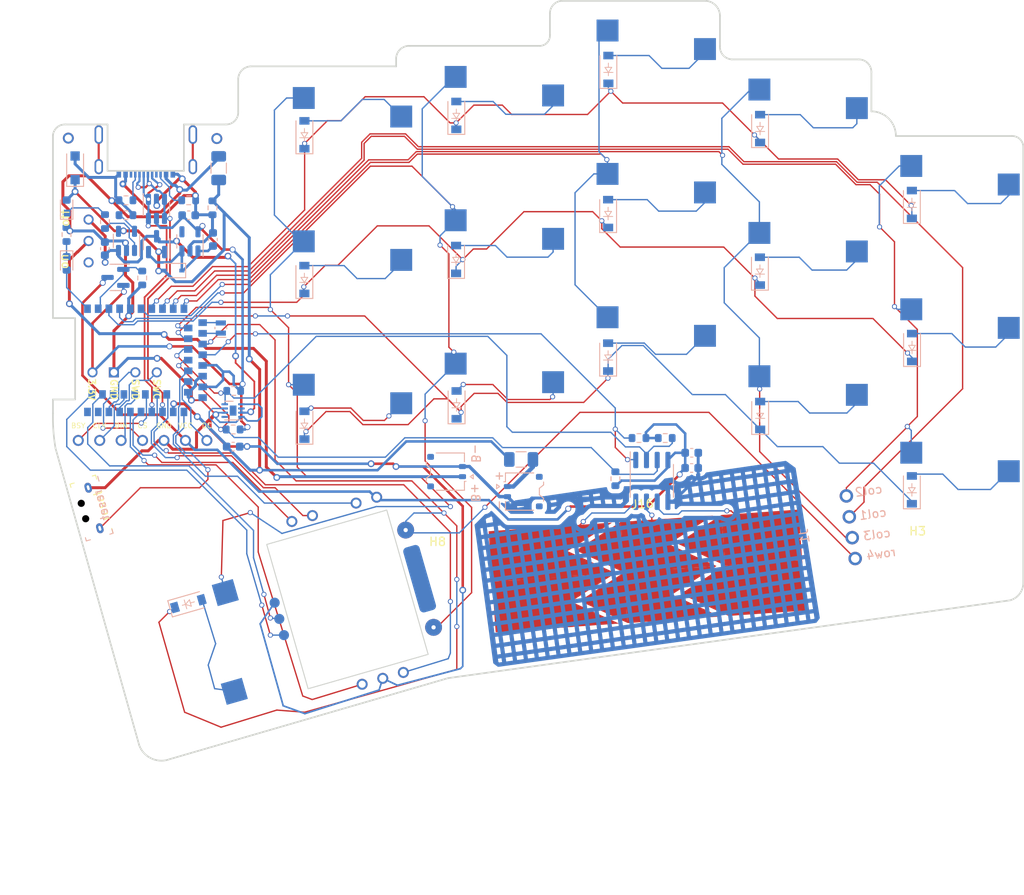
<source format=kicad_pcb>
(kicad_pcb (version 20211014) (generator pcbnew)
  (layers (0 "F.Cu" signal) (31 "B.Cu" signal) (34 "B.Paste" user) (35 "F.Paste" user) (36 "B.SilkS" user "B.Silkscreen") (37 "F.SilkS" user "F.Silkscreen") (38 "B.Mask" user) (39 "F.Mask" user) (44 "Edge.Cuts" user))
  (net 0 "")
  (footprint "mylib:Conn_Display_MountHole" (layer "F.Cu") (at 108.443705 105.747886)
    (fp_text reference "J9" hide)
    (fp_text value "Conn_Display_general")
  )
  (footprint "MountingHole:MountingHole_3.2mm_M3_DIN965" (layer "F.Cu") (at 200.295705 123.243886)
    (fp_text reference "H3")
    (fp_text value "MountingHole")
  )
  (footprint "mylib:Kailh_Choc_Hotplug" (layer "F.Cu") (at 184.82245 70.089349)
    (fp_text reference "SW3" hide)
    (fp_text value "SW_PUSH-kbd" hide)
  )
  (footprint "mylib:Kailh_Choc_Hotplug" (layer "F.Cu") (at 166.82245 63.089349)
    (fp_text reference "SW4" hide)
    (fp_text value "SW_PUSH-kbd" hide)
  )
  (footprint "mylib:Kailh_Choc_Hotplug" (layer "F.Cu") (at 130.82245 71.089349)
    (fp_text reference "SW6" hide)
    (fp_text value "SW_PUSH-kbd" hide)
  )
  (footprint "mylib:TouchSlider-3_36x12mm" (layer "F.Cu") (at 168.243705 121.216158 4)
    (fp_text reference "J16")
    (fp_text value "Conn_01x03_Male")
  )
  (footprint "MountingHole:MountingHole_3.2mm_M3_DIN965" (layer "F.Cu") (at 121.977705 63.543886)
    (fp_text reference "H7" hide)
    (fp_text value "MountingHole")
  )
  (footprint "mylib:Kailh_Choc_Hotplug" (layer "F.Cu") (at 166.82245 80.089349)
    (fp_text reference "SW10" hide)
    (fp_text value "SW_PUSH-kbd" hide)
  )
  (footprint "mylib:Kailh_Choc_Hotplug" (layer "F.Cu") (at 130.82245 88.089349)
    (fp_text reference "SW12" hide)
    (fp_text value "SW_PUSH-kbd" hide)
  )
  (footprint "mylib:Kailh_Choc_Hotplug" (layer "F.Cu") (at 184.82245 104.089349)
    (fp_text reference "SW15" hide)
    (fp_text value "SW_PUSH-kbd" hide)
  )
  (footprint "mylib:Kailh_Choc_Hotplug" (layer "F.Cu") (at 130.82245 105.089349)
    (fp_text reference "SW18" hide)
    (fp_text value "SW_PUSH-kbd" hide)
  )
  (footprint "MountingHole:MountingHole_3.2mm_M3_DIN965" (layer "F.Cu") (at 111.447705 118.203886)
    (fp_text reference "H1" hide)
    (fp_text value "MountingHole")
  )
  (footprint "Connector_PinHeader_2.54mm:PinHeader_1x04_P2.54mm_Vertical" (layer "F.Cu") (at 110.127705 97.673886 -90)
    (fp_text reference "J11" hide)
    (fp_text value "Conn_01x04_Female")
  )
  (footprint "mylib:Kailh_Choc_Hotplug" (layer "F.Cu") (at 202.82245 113.149886)
    (fp_text reference "SW14" hide)
    (fp_text value "SW_PUSH-kbd" hide)
  )
  (footprint "mylib:SW_BSI10" (layer "F.Cu") (at 98.743705 82.095886 90)
    (fp_text reference "SW_Bat1" hide)
    (fp_text value "SW_Battery-kbd")
  )
  (footprint "mylib:Kailh_Choc_Hotplug" (layer "F.Cu") (at 113.427705 128.577886 -74)
    (fp_text reference "SW20" hide)
    (fp_text value "SW_PUSH-kbd" hide)
  )
  (footprint "mylib:Kailh_Choc_Hotplug" (layer "F.Cu") (at 148.82245 85.589349)
    (fp_text reference "SW11" hide)
    (fp_text value "SW_PUSH-kbd" hide)
  )
  (footprint "mylib:Kailh_Choc_Hotplug" (layer "F.Cu") (at 166.82245 97.089349)
    (fp_text reference "SW16" hide)
    (fp_text value "SW_PUSH-kbd" hide)
  )
  (footprint "mylib:Kailh_Choc_Hotplug" (layer "F.Cu") (at 202.82245 96.149886)
    (fp_text reference "SW8" hide)
    (fp_text value "SW_PUSH-kbd" hide)
  )
  (footprint "mylib:Kailh_Choc_Hotplug" (layer "F.Cu") (at 202.82245 79.149886)
    (fp_text reference "SW2" hide)
    (fp_text value "SW_PUSH-kbd" hide)
  )
  (footprint "mylib:Kailh_Choc_Hotplug" (layer "F.Cu") (at 148.82245 102.589349)
    (fp_text reference "SW17" hide)
    (fp_text value "SW_PUSH-kbd" hide)
  )
  (footprint "MountingHole:MountingHole_3.2mm_M3_DIN965" (layer "F.Cu") (at 157.747705 60.623886)
    (fp_text reference "H6" hide)
    (fp_text value "MountingHole")
  )
  (footprint "MountingHole:MountingHole_3.2mm_M3_DIN965" (layer "F.Cu") (at 159.937705 109.243886)
    (fp_text reference "H2" hide)
    (fp_text value "MountingHole")
  )
  (footprint "MountingHole:MountingHole_2mm" (layer "F.Cu") (at 143.399705 120.957886)
    (fp_text reference "H8")
    (fp_text value "MountingHole")
  )
  (footprint "mylib:Kailh_Choc_Hotplug" (layer "F.Cu") (at 148.82245 68.589349)
    (fp_text reference "SW5" hide)
    (fp_text value "SW_PUSH-kbd" hide)
  )
  (footprint "MountingHole:MountingHole_3.2mm_M3_DIN965" (layer "F.Cu") (at 194.877705 69.593886)
    (fp_text reference "H5" hide)
    (fp_text value "MountingHole")
  )
  (footprint "mylib:Kailh_Choc_Hotplug" (layer "F.Cu") (at 184.82245 87.089349)
    (fp_text reference "SW9" hide)
    (fp_text value "SW_PUSH-kbd" hide)
  )
  (footprint "mylib:Panasonic_EVQWGD001_Ref" (layer "F.Cu") (at 133.587611 124.348985 106)
    (fp_text reference "Ref1" hide)
    (fp_text value "Conn_01x05")
    (fp_rect (start -8.9 -8.3) (end 8.9 6.5) (layer "Edge.Cuts") (width 0.12) (fill none))
  )
  (footprint "Package_TO_SOT_SMD:SOT-23-5" (layer "B.Cu") (at 114.057705 82.143886 90)
    (fp_text reference "U3" hide)
    (fp_text value "XC6220B331MR-G")
  )
  (footprint "LED_SMD:LED_0603_1608Metric" (layer "B.Cu") (at 99.443705 78.031886 90)
    (fp_text reference "D24" hide)
    (fp_text value "RED")
  )
  (footprint "mylib:Diode" (layer "B.Cu") (at 181.607705 85.673886 90)
    (fp_text reference "D9" hide)
    (fp_text value "1N4148W" hide)
  )
  (footprint "LED_SMD:LED_0603_1608Metric" (layer "B.Cu") (at 99.443705 84.747886 -90)
    (fp_text reference "D23" hide)
    (fp_text value "BLUE")
  )
  (footprint "Capacitor_SMD:C_0603_1608Metric" (layer "B.Cu") (at 103.977705 83.003886 90)
    (fp_text reference "C4" hide)
    (fp_text value "0.1u")
  )
  (footprint "mylib:Diode" (layer "B.Cu") (at 127.617705 86.663886 90)
    (fp_text reference "D12" hide)
    (fp_text value "1N4148W" hide)
  )
  (footprint "mylib:SRV05-4" (layer "B.Cu") (at 110.087705 78.285886 -90)
    (fp_text reference "U2" hide)
    (fp_text value "SRV05-4")
  )
  (footprint "Resistor_SMD:R_0603_1608Metric" (layer "B.Cu") (at 108.397705 86.483886 -90)
    (fp_text reference "R5" hide)
    (fp_text value "2M")
  )
  (footprint "mylib:nrfmicro_USB-C_C168688" (layer "B.Cu") (at 108.822448 73.779349 180)
    (fp_text reference "J12" hide)
    (fp_text value "USB-C USB 2.0 MC-372")
  )
  (footprint "mylib:Diode" (layer "B.Cu") (at 145.597705 84.283886 90)
    (fp_text reference "D11" hide)
    (fp_text value "1N4148W" hide)
  )
  (footprint "Crystal:Crystal_SMD_MicroCrystal_CM9V-T1A-2Pin_1.6x1.0mm" (layer "B.Cu") (at 117.717705 92.417886 90)
    (fp_text reference "X1" hide)
    (fp_text value "32.768 kHz")
  )
  (footprint "mylib:Diode" (layer "B.Cu") (at 113.867705 125.093886 16)
    (fp_text reference "D20" hide)
    (fp_text value "1N4148W" hide)
  )
  (footprint "Resistor_SMD:R_0603_1608Metric" (layer "B.Cu") (at 99.429705 81.333886 90)
    (fp_text reference "R4" hide)
    (fp_text value "1K")
  )
  (footprint "mylib:Diode" (layer "B.Cu") (at 199.617705 77.764423 90)
    (fp_text reference "D2" hide)
    (fp_text value "1N4148W" hide)
  )
  (footprint "mylib:Diode" (layer "B.Cu") (at 199.617705 111.604423 90)
    (fp_text reference "D14" hide)
    (fp_text value "1N4148W" hide)
  )
  (footprint "mylib:JST_ACH_BM02B-ACHSS-GAN-ETF_1x02-1MP_P1.20mm_Vertical" (layer "B.Cu") (at 153.559705 111.813886 -90)
    (fp_text reference "WirelessCharger1" hide)
    (fp_text value "Conn_01x02_Female" hide)
  )
  (footprint "Package_TO_SOT_SMD:SOT-23" (layer "B.Cu") (at 105.227705 86.413886 180)
    (fp_text reference "Q2" hide)
    (fp_text value "AO3407")
  )
  (footprint "Diode_SMD:D_SOD-123F" (layer "B.Cu") (at 100.447705 73.416386 90)
    (fp_text reference "D25" hide)
    (fp_text value "SMF9.0CA")
  )
  (footprint "Capacitor_SMD:C_0603_1608Metric" (layer "B.Cu") (at 113.907705 79.047886)
    (fp_text reference "C3" hide)
    (fp_text value "4.7u")
  )
  (footprint "Package_TO_SOT_SMD:SOT-23-5" (layer "B.Cu") (at 106.537705 82.083886 90)
    (fp_text reference "U5" hide)
    (fp_text value "TP4054")
  )
  (footprint "mylib:PMW3610-Ref" (layer "B.Cu") (at 130.277705 130.243886 16)
    (fp_text reference "Ref2" hide)
    (fp_text value "Conn_1x07")
  )
  (footprint "mylib:SW_Reset_vertical" (layer "B.Cu") (at 100.621194 114.353886 -74)
    (fp_text reference "SW_Reset1" hide)
    (fp_text value "SW_RESET-kbd")
  )
  (footprint "Capacitor_SMD:C_0603_1608Metric" (layer "B.Cu") (at 119.179705 106.479886)
    (fp_text reference "C1" hide)
    (fp_text value "4.7u")
  )
  (footprint "mylib:Diode" (layer "B.Cu") (at 145.627705 67.203886 90)
    (fp_text reference "D5" hide)
    (fp_text value "1N4148W" hide)
  )
  (footprint "mylib:JST_ACH_BM02B-ACHSS-GAN-ETF_1x02-1MP_P1.20mm_Vertical" (layer "B.Cu") (at 144.477705 109.443886 90)
    (fp_text reference "Bat_main1" hide)
    (fp_text value "Conn_Battery_solderable")
  )
  (footprint "mylib:Diode" (layer "B.Cu") (at 199.637705 94.724423 90)
    (fp_text reference "D8" hide)
    (fp_text value "1N4148W" hide)
  )
  (footprint "mylib:Magnetic-PogoPin-1x04-Female" (layer "B.Cu") (at 192.377705 116.041721 -82)
    (fp_text reference "J1")
    (fp_text value "expantion1")
  )
  (footprint "mylib:Diode" (layer "B.Cu") (at 163.647705 61.753886 90)
    (fp_text reference "D4" hide)
    (fp_text value "1N4148W" hide)
  )
  (footprint "Capacitor_SMD:C_0603_1608Metric" (layer "B.Cu") (at 173.527705 107.213886)
    (fp_text reference "C15" hide)
    (fp_text value "1uF")
  )
  (footprint "mylib:Diode" (layer "B.Cu") (at 163.617705 78.843886 90)
    (fp_text reference "D10" hide)
    (fp_text value "1N4148W" hide)
  )
  (footprint "mylib:E73-2G4M08S1C-52840" (layer "B.Cu") (at 115.943705 96.247886 180)
    (fp_text reference "U1" hide)
    (fp_text value "E73-2G4M08S1C" hide)
  )
  (footprint "Resistor_SMD:R_0603_1608Metric" (layer "B.Cu") (at 119.178705 104.447886 180)
    (fp_text reference "R9" hide)
    (fp_text value "5.1k")
  )
  (footprint "Fuse:Fuse_1206_3216Metric" (layer "B.Cu") (at 117.463705 73.459886 90)
    (fp_text reference "F1" hide)
    (fp_text value "500mA")
  )
  (footprint "Resistor_SMD:R_0603_1608Metric" (layer "B.Cu") (at 170.386705 105.463886)
    (fp_text reference "R11" hide)
    (fp_text value "10k")
  )
  (footprint "Resistor_SMD:R_0603_1608Metric" (layer "B.Cu") (at 106.477705 79.033886)
    (fp_text reference "R7" hide)
    (fp_text value "5K")
  )
  (footprint "mylib:Diode" (layer "B.Cu") (at 127.623705 103.939886 90)
    (fp_text reference "D18" hide)
    (fp_text value "1N4148W" hide)
  )
  (footprint "Package_TO_SOT_SMD:SOT-23" (layer "B.Cu") (at 110.097705 82.473886 90)
    (fp_text reference "Q1" hide)
    (fp_text value "AO3407")
  )
  (footprint "Resistor_SMD:R_0603_1608Metric" (layer "B.Cu") (at 103.987705 79.793886 -90)
    (fp_text reference "R6" hide)
    (fp_text value "1K")
  )
  (footprint "Resistor_SMD:R_0603_1608Metric" (layer "B.Cu") (at 106.477705 77.269886 180)
    (fp_text reference "R1" hide)
    (fp_text value "5.1K")
  )
  (footprint "Resistor_SMD:R_0603_1608Metric" (layer "B.Cu") (at 164.481705 110.289886 90)
    (fp_text reference "R10" hide)
    (fp_text value "10k")
  )
  (footprint "Fuse:Fuse_1206_3216Metric" (layer "B.Cu") (at 153.305705 108.003886)
    (fp_text reference "F2" hide)
    (fp_text value "500mA")
  )
  (footprint "Resistor_SMD:R_0603_1608Metric" (layer "B.Cu") (at 113.907705 77.269886 180)
    (fp_text reference "R2" hide)
    (fp_text value "5.1K")
  )
  (footprint "mylib:Diode" (layer "B.Cu") (at 145.657705 101.527886 90)
    (fp_text reference "D17" hide)
    (fp_text value "1N4148W" hide)
  )
  (footprint "mylib:Diode" (layer "B.Cu") (at 181.627705 68.763886 90)
    (fp_text reference "D3" hide)
    (fp_text value "1N4148W" hide)
  )
  (footprint "Package_SO:SOIC-8_3.9x4.9mm_P1.27mm" (layer "B.Cu") (at 168.799705 110.543886 -90)
    (fp_text reference "U8" hide)
    (fp_text value "CAP1203")
  )
  (footprint "Capacitor_SMD:C_0603_1608Metric" (layer "B.Cu") (at 116.787705 81.913886 90)
    (fp_text reference "C2" hide)
    (fp_text value "10u")
  )
  (footprint "Resistor_SMD:R_0603_1608Metric" (layer "B.Cu") (at 119.241705 99.875886 180)
    (fp_text reference "R8" hide)
    (fp_text value "5.1k")
  )
  (footprint "mylib:Diode" (layer "B.Cu") (at 163.617705 95.863886 90)
    (fp_text reference "D16" hide)
    (fp_text value "1N4148W" hide)
  )
  (footprint "mylib:Diode" (layer "B.Cu") (at 181.637705 102.783886 90)
    (fp_text reference "D15" hide)
    (fp_text value "1N4148W" hide)
  )
  (footprint "Resistor_SMD:R_0603_1608Metric" (layer "B.Cu") (at 116.727705 78.163886 -90)
    (fp_text reference "R3" hide)
    (fp_text value "100K")
  )
  (footprint "Capacitor_SMD:C_0603_1608Metric" (layer "B.Cu") (at 173.517705 109.013886)
    (fp_text reference "C14" hide)
    (fp_text value "0.1uF")
  )
  (footprint "Resistor_SMD:R_0603_1608Metric" (layer "B.Cu") (at 167.275705 105.463886 180)
    (fp_text reference "R12" hide)
    (fp_text value "10k")
  )
  (footprint "Diode_SMD:D_SOD-323" (layer "B.Cu") (at 112.047705 85.603886 180)
    (fp_text reference "D22" hide)
    (fp_text value "BAT60B")
  )
  (footprint "mylib:Diode" (layer "B.Cu") (at 127.623705 69.499886 90)
    (fp_text reference "D6" hide)
    (fp_text value "1N4148W" hide)
  )
  (footprint "mylib:MAX17048-TDFN-8-1EP_2x2mm_P0.5mm_EP0.8x1.2mm" (layer "B.Cu") (at 119.169705 102.207886 180)
    (fp_text reference "U4" hide)
    (fp_text value "MAX17048")
  )
  (gr_arc (start 98.127705 106.683886) (mid 97.877343 104.628117) (end 97.822448 102.557886) (layer "Edge.Cuts") (width 0.2))
  (gr_arc (start 194.822448 66.724886) (mid 196.878235 67.586776) (end 197.722448 69.649886) (layer "Edge.Cuts") (width 0.2))
  (gr_arc (start 111.657705 143.543886) (mid 109.51305 143.471541) (end 108.047705 141.903886) (layer "Edge.Cuts") (width 0.2))
  (gr_line (start 121.243705 61.389349) (end 138.494206 61.389349) (layer "Edge.Cuts") (width 0.2))
  (gr_line (start 178.272448 60.564349) (end 193.322448 60.564349) (layer "Edge.Cuts") (width 0.2))
  (gr_line (start 97.822448 100.891886) (end 97.822448 102.557886) (layer "Edge.Cuts") (width 0.2))
  (gr_arc (start 97.822448 69.529349) (mid 98.325623 68.608159) (end 99.322448 68.279349) (layer "Edge.Cuts") (width 0.2))
  (gr_line (start 118.322448 68.279349) (end 113.342448 68.281849) (layer "Edge.Cuts") (width 0.2))
  (gr_line (start 104.292448 73.779349) (end 113.342448 73.779349) (layer "Edge.Cuts") (width 0.2))
  (gr_line (start 194.822448 62.064349) (end 194.822448 66.724886) (layer "Edge.Cuts") (width 0.2))
  (gr_line (start 100.445705 91.239886) (end 100.445705 100.891886) (layer "Edge.Cuts") (width 0.2))
  (gr_arc (start 178.272448 60.564349) (mid 177.245124 60.064067) (end 176.872448 58.983886) (layer "Edge.Cuts") (width 0.2))
  (gr_arc (start 212.822448 122.566821) (mid 212.418931 123.894295) (end 211.290684 124.701805) (layer "Edge.Cuts") (width 0.2))
  (gr_line (start 158.222448 53.619349) (end 175.177448 53.619349) (layer "Edge.Cuts") (width 0.2))
  (gr_line (start 144.647705 133.933886) (end 211.290684 124.701805) (layer "Edge.Cuts") (width 0.2))
  (gr_line (start 104.292448 68.281849) (end 99.322448 68.279349) (layer "Edge.Cuts") (width 0.2))
  (gr_arc (start 211.472448 69.649886) (mid 212.41151 70.007791) (end 212.822448 70.924886) (layer "Edge.Cuts") (width 0.2))
  (gr_arc (start 175.177448 53.619349) (mid 176.38251 54.179207) (end 176.872448 55.414349) (layer "Edge.Cuts") (width 0.2))
  (gr_arc (start 156.722643 55.098936) (mid 157.166142 54.048552) (end 158.222448 53.619349) (layer "Edge.Cuts") (width 0.2))
  (gr_arc (start 193.322448 60.564349) (mid 194.383108 61.003689) (end 194.822448 62.064349) (layer "Edge.Cuts") (width 0.2))
  (gr_line (start 119.777705 66.725886) (end 119.777705 62.857886) (layer "Edge.Cuts") (width 0.2))
  (gr_arc (start 119.777705 66.725886) (mid 119.391865 67.822799) (end 118.322448 68.279349) (layer "Edge.Cuts") (width 0.2))
  (gr_arc (start 119.777705 62.857886) (mid 120.228043 61.841443) (end 121.243705 61.389349) (layer "Edge.Cuts") (width 0.2))
  (gr_line (start 197.722448 69.649886) (end 211.472448 69.649886) (layer "Edge.Cuts") (width 0.2))
  (gr_line (start 140.102704 58.957886) (end 155.572448 58.957886) (layer "Edge.Cuts") (width 0.2))
  (gr_line (start 138.494206 61.389349) (end 138.494206 60.41427) (layer "Edge.Cuts") (width 0.2))
  (gr_line (start 144.647705 133.933886) (end 111.657705 143.543886) (layer "Edge.Cuts") (width 0.2))
  (gr_arc (start 156.722448 57.657886) (mid 156.416687 58.546059) (end 155.572448 58.957886) (layer "Edge.Cuts") (width 0.2))
  (gr_line (start 104.292448 68.281849) (end 104.292448 73.779349) (layer "Edge.Cuts") (width 0.2))
  (gr_line (start 113.342448 73.779349) (end 113.342448 68.281849) (layer "Edge.Cuts") (width 0.2))
  (gr_line (start 100.445705 100.891886) (end 97.822448 100.891886) (layer "Edge.Cuts") (width 0.2))
  (gr_arc (start 138.494206 60.41427) (mid 138.996828 59.352947) (end 140.102704 58.957886) (layer "Edge.Cuts") (width 0.2))
  (gr_line (start 176.872448 55.414349) (end 176.872448 58.983886) (layer "Edge.Cuts") (width 0.2))
  (gr_line (start 97.822448 91.239886) (end 97.822448 69.529349) (layer "Edge.Cuts") (width 0.2))
  (gr_line (start 98.127705 106.683886) (end 108.047705 141.903886) (layer "Edge.Cuts") (width 0.2))
  (gr_line (start 212.822448 70.924886) (end 212.822448 122.566821) (layer "Edge.Cuts") (width 0.2))
  (gr_line (start 97.822448 91.239886) (end 100.445705 91.239886) (layer "Edge.Cuts") (width 0.2))
  (gr_line (start 156.722448 57.657886) (end 156.722448 55.098949) (layer "Edge.Cuts") (width 0.2))
  (segment (start 140.021705 72.773886) (end 141.007145 71.788446) (width 0.16) (layer "F.Cu") (net 0))
  (segment (start 112.469705 82.105886) (end 114.402216 84.038397) (width 0.35) (layer "F.Cu") (net 0))
  (segment (start 107.279705 87.035886) (end 107.279705 90.501884) (width 0.35) (layer "F.Cu") (net 0))
  (segment (start 113.027705 88.563886) (end 114.819705 88.563886) (width 0.16) (layer "F.Cu") (net 0))
  (segment (start 181.834071 117.258501) (end 181.834071 122.825347) (width 0.16) (layer "F.Cu") (net 0))
  (segment (start 145.685705 127.815886) (end 145.685705 132.895886) (width 0.16) (layer "F.Cu") (net 0))
  (segment (start 126.777705 100.163886) (end 125.747705 99.133886) (width 0.16) (layer "F.Cu") (net 0))
  (segment (start 175.560264 102.415886) (end 160.275705 102.415886) (width 0.16) (layer "F.Cu") (net 0))
  (segment (start 108.807705 75.723886) (end 109.237705 75.293886) (width 0.25) (layer "F.Cu") (net 0))
  (segment (start 114.883705 89.207886) (end 117.423705 86.667886) (width 0.16) (layer "F.Cu") (net 0))
  (segment (start 98.999705 75.075886) (end 99.709705 74.365886) (width 0.35) (layer "F.Cu") (net 0))
  (segment (start 110.999705 93.185886) (end 111.579705 93.765886) (width 0.35) (layer "F.Cu") (net 0))
  (segment (start 122.767705 111.353886) (end 124.143705 111.353886) (width 0.16) (layer "F.Cu") (net 0))
  (segment (start 114.229705 99.585886) (end 110.659705 96.015886) (width 0.35) (layer "F.Cu") (net 0))
  (segment (start 99.826705 78.522886) (end 98.999705 77.695886) (width 0.35) (layer "F.Cu") (net 0))
  (segment (start 105.047705 92.733886) (end 105.047705 97.673886) (width 0.35) (layer "F.Cu") (net 0))
  (segment (start 103.747705 104.285386) (end 106.981205 104.285386) (width 0.16) (layer "F.Cu") (net 0))
  (segment (start 200.267705 102.904423) (end 199.077705 104.094423) (width 0.16) (layer "F.Cu") (net 0))
  (segment (start 109.549705 99.425886) (end 109.549705 101.515886) (width 0.2) (layer "F.Cu") (net 0))
  (segment (start 114.402216 84.038397) (end 118.410159 84.038397) (width 0.35) (layer "F.Cu") (net 0))
  (segment (start 115.539705 80.315886) (end 115.539705 80.794116) (width 0.3) (layer "F.Cu") (net 0))
  (segment (start 127.547705 87.533886) (end 127.547705 88.533886) (width 0.16) (layer "F.Cu") (net 0))
  (segment (start 180.967705 69.523886) (end 183.817705 72.373886) (width 0.16) (layer "F.Cu") (net 0))
  (segment (start 161.177705 67.093886) (end 163.937705 64.333886) (width 0.16) (layer "F.Cu") (net 0))
  (segment (start 110.659705 96.015886) (end 110.159705 96.015886) (width 0.35) (layer "F.Cu") (net 0))
  (segment (start 139.907206 103.874385) (end 134.558204 103.874385) (width 0.16) (layer "F.Cu") (net 0))
  (segment (start 161.787705 78.623886) (end 153.637705 78.623886) (width 0.16) (layer "F.Cu") (net 0))
  (segment (start 107.881705 80.895886) (end 106.179705 80.895886) (width 0.35) (layer "F.Cu") (net 0))
  (segment (start 111.689705 79.435886) (end 111.689704 86.322323) (width 0.2) (layer "F.Cu") (net 0))
  (segment (start 127.449016 114.659197) (end 128.576064 114.659197) (width 0.16) (layer "F.Cu") (net 0))
  (segment (start 177.317705 82.813886) (end 165.047705 82.813886) (width 0.16) (layer "F.Cu") (net 0))
  (segment (start 122.317705 92.001886) (end 124.142029 93.82621) (width 0.16) (layer "F.Cu") (net 0))
  (segment (start 127.547705 88.533886) (end 126.717705 89.363886) (width 0.16) (layer "F.Cu") (net 0))
  (segment (start 130.357705 67.823886) (end 127.647705 70.533886) (width 0.16) (layer "F.Cu") (net 0))
  (segment (start 113.653705 89.207886) (end 114.883705 89.207886) (width 0.16) (layer "F.Cu") (net 0))
  (segment (start 122.147705 118.973886) (end 127.427705 136.053886) (width 0.16) (layer "F.Cu") (net 0))
  (segment (start 136.267705 80.303886) (end 142.387705 80.303886) (width 0.16) (layer "F.Cu") (net 0))
  (segment (start 134.597705 103.373886) (end 133.131705 101.907886) (width 0.16) (layer "F.Cu") (net 0))
  (segment (start 108.367705 106.983886) (end 103.99348 111.358111) (width 0.35) (layer "F.Cu") (net 0))
  (segment (start 153.637705 78.623886) (end 149.217705 83.043886) (width 0.16) (layer "F.Cu") (net 0))
  (segment (start 119.129518 108.354375) (end 110.730194 108.354375) (width 0.16) (layer "F.Cu") (net 0))
  (segment (start 170.787303 120.928436) (end 168.600277 123.115462) (width 0.16) (layer "F.Cu") (net 0))
  (segment (start 115.999705 94.835886) (end 121.595705 94.835886) (width 0.35) (layer "F.Cu") (net 0))
  (segment (start 120.139705 99.211886) (end 120.297705 99.053886) (width 0.3) (layer "F.Cu") (net 0))
  (segment (start 114.709705 76.715886) (end 113.349705 76.715886) (width 0.35) (layer "F.Cu") (net 0))
  (segment (start 117.147705 108.643886) (end 122.147705 113.643886) (width 0.16) (layer "F.Cu") (net 0))
  (segment (start 135.525705 108.511886) (end 138.145705 108.511886) (width 0.3) (layer "F.Cu") (net 0))
  (segment (start 115.539705 80.794116) (end 117.859113 83.113524) (width 0.3) (layer "F.Cu") (net 0))
  (segment (start 118.597705 94.043886) (end 119.537705 93.103886) (width 0.16) (layer "F.Cu") (net 0))
  (segment (start 121.047705 85.651886) (end 134.408185 72.291406) (width 0.16) (layer "F.Cu") (net 0))
  (segment (start 105.969705 102.695886) (end 110.471705 102.695886) (width 0.3) (layer "F.Cu") (net 0))
  (segment (start 111.290194 86.156839) (end 108.680195 88.766838) (width 0.2) (layer "F.Cu") (net 0))
  (segment (start 181.017705 88.633886) (end 183.667705 91.283886) (width 0.16) (layer "F.Cu") (net 0))
  (segment (start 181.017705 86.493886) (end 180.997705 86.493886) (width 0.16) (layer "F.Cu") (net 0))
  (segment (start 106.229705 88.115886) (end 102.507705 91.837886) (width 0.3) (layer "F.Cu") (net 0))
  (segment (start 118.669705 103.485886) (end 118.669705 102.815886) (width 0.16) (layer "F.Cu") (net 0))
  (segment (start 134.697705 72.509886) (end 134.697705 70.533886) (width 0.16) (layer "F.Cu") (net 0))
  (segment (start 118.669705 102.815886) (end 112.729705 96.875886) (width 0.16) (layer "F.Cu") (net 0))
  (segment (start 121.027705 86.667886) (end 121.301705 86.393886) (width 0.16) (layer "F.Cu") (net 0))
  (segment (start 144.747705 94.693386) (end 145.327705 95.273386) (width 0.16) (layer "F.Cu") (net 0))
  (segment (start 116.519705 94.045886) (end 118.563705 92.001886) (width 0.16) (layer "F.Cu") (net 0))
  (segment (start 141.133705 70.919886) (end 177.943705 70.919886) (width 0.16) (layer "F.Cu") (net 0))
  (segment (start 142.387705 80.303886) (end 146.387705 84.303886) (width 0.16) (layer "F.Cu") (net 0))
  (segment (start 121.595705 94.835886) (end 123.107705 96.347886) (width 0.35) (layer "F.Cu") (net 0))
  (segment (start 108.680195 98.556376) (end 109.549705 99.425886) (width 0.2) (layer "F.Cu") (net 0))
  (segment (start 111.629705 94.595886) (end 114.299705 94.595886) (width 0.3) (layer "F.Cu") (net 0))
  (segment (start 118.757705 99.053886) (end 120.297705 99.053886) (width 0.3) (layer "F.Cu") (net 0))
  (segment (start 112.757705 107.563886) (end 118.977705 107.563886) (width 0.16) (layer "F.Cu") (net 0))
  (segment (start 180.997705 86.493886) (end 177.317705 82.813886) (width 0.16) (layer "F.Cu") (net 0))
  (segment (start 177.943705 70.919886) (end 179.721705 72.697886) (width 0.16) (layer "F.Cu") (net 0))
  (segment (start 141.927705 108.173886) (end 141.927705 103.413886) (width 0.16) (layer "F.Cu") (net 0))
  (segment (start 116.475705 103.329886) (end 116.475705 104.469886) (width 0.3) (layer "F.Cu") (net 0))
  (segment (start 116.739705 85.133886) (end 120.930705 85.133886) (width 0.16) (layer "F.Cu") (net 0))
  (segment (start 116.475705 104.469886) (end 118.469705 106.463886) (width 0.3) (layer "F.Cu") (net 0))
  (segment (start 106.419705 86.175886) (end 107.279705 87.035886) (width 0.35) (layer "F.Cu") (net 0))
  (segment (start 165.337705 65.733886) (end 163.937705 64.333886) (width 0.16) (layer "F.Cu") (net 0))
  (segment (start 117.884205 87.245886) (end 120.977705 87.245886) (width 0.16) (layer "F.Cu") (net 0))
  (segment (start 118.977705 107.563886) (end 122.767705 111.353886) (width 0.16) (layer "F.Cu") (net 0))
  (segment (start 131.587705 84.983886) (end 136.267705 80.303886) (width 0.16) (layer "F.Cu") (net 0))
  (segment (start 110.983705 105.747886) (end 110.343705 105.747886) (width 0.35) (layer "F.Cu") (net 0))
  (segment (start 114.929705 93.765886) (end 115.999705 94.835886) (width 0.35) (layer "F.Cu") (net 0))
  (segment (start 135.447705 73.223886) (end 120.415705 88.255886) (width 0.16) (layer "F.Cu") (net 0))
  (segment (start 112.383705 89.207886) (end 113.027705 88.563886) (width 0.16) (layer "F.Cu") (net 0))
  (segment (start 128.547705 136.473886) (end 134.467292 134.660158) (width 0.16) (layer "F.Cu") (net 0))
  (segment (start 133.131705 101.907886) (end 128.413705 101.907886) (width 0.16) (layer "F.Cu") (net 0))
  (segment (start 137.637705 102.843886) (end 137.107705 103.373886) (width 0.16) (layer "F.Cu") (net 0))
  (segment (start 121.689705 101.925886) (end 121.689705 98.765886) (width 0.2) (layer "F.Cu") (net 0))
  (segment (start 144.161705 114.353886) (end 145.685705 115.877886) (width 0.16) (layer "F.Cu") (net 0))
  (segment (start 102.845705 103.725886) (end 100.823705 105.747886) (width 0.16) (layer "F.Cu") (net 0))
  (segment (start 146.193705 101.717886) (end 146.193705 102.415886) (width 0.16) (layer "F.Cu") (net 0))
  (segment (start 112.669705 92.955886) (end 114.639705 90.985886) (width 0.16) (layer "F.Cu") (net 0))
  (segment (start 108.259705 103.725886) (end 102.845705 103.725886) (width 0.16) (layer "F.Cu") (net 0))
  (segment (start 119.232562 107.241886) (end 122.994562 111.003886) (width 0.16) (layer "F.Cu") (net 0))
  (segment (start 126.635705 110.543886) (end 140.351705 110.543886) (width 0.16) (layer "F.Cu") (net 0))
  (segment (start 146.193705 102.415886) (end 134.763705 90.985886) (width 0.16) (layer "F.Cu") (net 0))
  (segment (start 110.845693 79.219898) (end 106.703717 79.219898) (width 0.35) (layer "F.Cu") (net 0))
  (segment (start 109.119705 80.295886) (end 111.290194 80.295886) (width 0.2) (layer "F.Cu") (net 0))
  (segment (start 109.079705 98.390892) (end 110.799705 100.110892) (width 0.2) (layer "F.Cu") (net 0))
  (segment (start 130.186438 102.323886) (end 127.808438 104.701886) (width 0.16) (layer "F.Cu") (net 0))
  (segment (start 110.477705 75.423886) (end 109.137705 76.417434) (width 0.25) (layer "F.Cu") (net 0))
  (segment (start 168.291705 113.591886) (end 172.101705 109.781886) (width 0.3) (layer "F.Cu") (net 0))
  (segment (start 114.639705 90.985886) (end 121.809705 90.985886) (width 0.16) (layer "F.Cu") (net 0))
  (segment (start 190.817168 72.373886) (end 193.281705 74.838423) (width 0.16) (layer "F.Cu") (net 0))
  (segment (start 109.444206 78.670387) (end 106.107705 75.333886) (width 0.35) (layer "F.Cu") (net 0))
  (segment (start 100.709705 83.395886) (end 99.769705 84.335886) (width 0.35) (layer "F.Cu") (net 0))
  (segment (start 110.605204 78.670387) (end 109.444206 78.670387) (width 0.35) (layer "F.Cu") (net 0))
  (segment (start 177.823781 71.209406) (end 179.601781 72.987406) (width 0.16) (layer "F.Cu") (net 0))
  (segment (start 122.317705 97.323886) (end 122.317705 109.273886) (width 0.35) (layer "F.Cu") (net 0))
  (segment (start 146.193705 102.415886) (end 144.591705 100.813886) (width 0.16) (layer "F.Cu") (net 0))
  (segment (start 134.408185 72.291406) (end 134.408185 70.393406) (width 0.16) (layer "F.Cu") (net 0))
  (segment (start 109.127705 108.643886) (end 117.147705 108.643886) (width 0.16) (layer "F.Cu") (net 0))
  (segment (start 111.579705 93.765886) (end 114.929705 93.765886) (width 0.35) (layer "F.Cu") (net 0))
  (segment (start 205.629705 85.252423) (end 205.629705 99.621886) (width 0.16) (layer "F.Cu") (net 0))
  (segment (start 151.077705 65.983886) (end 152.187705 67.093886) (width 0.16) (layer "F.Cu") (net 0))
  (segment (start 113.399705 101.399886) (end 114.923705 102.923886) (width 0.35) (layer "F.Cu") (net 0))
  (segment (start 193.281705 74.838423) (end 196.485705 74.838423) (width 0.16) (layer "F.Cu") (net 0))
  (segment (start 101.319705 89.455886) (end 103.719705 87.055886) (width 0.3) (layer "F.Cu") (net 0))
  (segment (start 111.841705 87.463886) (end 114.409705 87.463886) (width 0.16) (layer "F.Cu") (net 0))
  (segment (start 108.617705 108.133886) (end 109.127705 108.643886) (width 0.16) (layer "F.Cu") (net 0))
  (segment (start 114.229705 100.975886) (end 115.409705 100.975886) (width 0.2) (layer "F.Cu") (net 0))
  (segment (start 99.826705 80.905886) (end 99.826705 78.522886) (width 0.35) (layer "F.Cu") (net 0))
  (segment (start 162.810265 71.788446) (end 163.465705 72.443886) (width 0.16) (layer "F.Cu") (net 0))
  (segment (start 105.099205 80.895886) (end 106.179705 80.895886) (width 0.3) (layer "F.Cu") (net 0))
  (segment (start 114.392748 69.479349) (end 114.392748 73.279049) (width 0.25) (layer "F.Cu") (net 0))
  (segment (start 162.867705 80.633886) (end 162.867705 79.703886) (width 0.16) (layer "F.Cu") (net 0))
  (segment (start 118.563705 92.001886) (end 122.317705 92.001886) (width 0.16) (layer "F.Cu") (net 0))
  (segment (start 106.703717 79.219898) (end 104.799705 77.315886) (width 0.35) (layer "F.Cu") (net 0))
  (segment (start 179.601781 72.987406) (end 190.570688 72.987406) (width 0.16) (layer "F.Cu") (net 0))
  (segment (start 165.917705 108.023886) (end 164.467705 106.573886) (width 0.16) (layer "F.Cu") (net 0))
  (segment (start 141.687705 108.843886) (end 146.387705 113.543886) (width 0.3) (layer "F.Cu") (net 0))
  (segment (start 108.299705 103.685886) (end 108.259705 103.725886) (width 0.16) (layer "F.Cu") (net 0))
  (segment (start 123.107705 108.898909) (end 124.349705 110.140909) (width 0.35) (layer "F.Cu") (net 0))
  (segment (start 121.689705 98.765886) (end 119.469705 96.545886) (width 0.2) (layer "F.Cu") (net 0))
  (segment (start 110.730194 108.354375) (end 109.871705 107.495886) (width 0.16) (layer "F.Cu") (net 0))
  (segment (start 126.134459 115.359316) (end 119.129518 108.354375) (width 0.16) (layer "F.Cu") (net 0))
  (segment (start 123.107705 96.347886) (end 123.107705 108.898909) (width 0.35) (layer "F.Cu") (net 0))
  (segment (start 196.485705 74.838423) (end 199.533705 77.886423) (width 0.16) (layer "F.Cu") (net 0))
  (segment (start 113.523705 105.747886) (end 110.471705 102.695886) (width 0.3) (layer "F.Cu") (net 0))
  (segment (start 140.887221 71.498926) (end 139.912261 72.473886) (width 0.16) (layer "F.Cu") (net 0))
  (segment (start 168.799705 116.75497) (end 168.799705 114.607886) (width 0.16) (layer "F.Cu") (net 0))
  (segment (start 124.142029 108.05021) (end 126.635705 110.543886) (width 0.16) (layer "F.Cu") (net 0))
  (segment (start 199.077705 104.141886) (end 191.855806 111.363785) (width 0.16) (layer "F.Cu") (net 0))
  (segment (start 179.721705 72.697886) (end 190.690612 72.697886) (width 0.16) (layer "F.Cu") (net 0))
  (segment (start 177.177705 65.733886) (end 165.337705 65.733886) (width 0.16) (layer "F.Cu") (net 0))
  (segment (start 115.20348 111.358111) (end 108.183309 111.358111) (width 0.16) (layer "F.Cu") (net 0))
  (segment (start 114.229705 100.975886) (end 114.229705 99.585886) (width 0.35) (layer "F.Cu") (net 0))
  (segment (start 110.343705 105.747886) (end 109.107705 106.983886) (width 0.35) (layer "F.Cu") (net 0))
  (segment (start 193.000745 75.417463) (end 194.660745 75.417463) (width 0.16) (layer "F.Cu") (net 0))
  (segment (start 110.799705 100.110892) (end 110.799705 101.525886) (width 0.2) (layer "F.Cu") (net 0))
  (segment (start 101.849705 74.365886) (end 104.799705 77.315886) (width 0.35) (layer "F.Cu") (net 0))
  (segment (start 116.939705 102.685886) (end 117.119705 102.685886) (width 0.35) (layer "F.Cu") (net 0))
  (segment (start 124.142029 93.82621) (end 124.142029 108.05021) (width 0.16) (layer "F.Cu") (net 0))
  (segment (start 205.629705 99.621886) (end 193.945705 111.305886) (width 0.16) (layer "F.Cu") (net 0))
  (segment (start 114.299705 94.595886) (end 118.757705 99.053886) (width 0.3) (layer "F.Cu") (net 0))
  (segment (start 144.891705 68.093886) (end 141.791705 64.993886) (width 0.16) (layer "F.Cu") (net 0))
  (segment (start 178.197705 114.099886) (end 177.689705 114.099886) (width 0.16) (layer "F.Cu") (net 0))
  (segment (start 112.847705 76.427886) (end 110.605204 78.670387) (width 0.35) (layer "F.Cu") (net 0))
  (segment (start 190.690612 72.697886) (end 193.120669 75.127943) (width 0.16) (layer "F.Cu") (net 0))
  (segment (start 141.007145 71.788446) (end 162.810265 71.788446) (width 0.16) (layer "F.Cu") (net 0))
  (segment (start 181.773037 117.675218) (end 178.197705 114.099886) (width 0.16) (layer "F.Cu") (net 0))
  (segment (start 150.557705 100.163886) (end 147.747705 100.163886) (width 0.16) (layer "F.Cu") (net 0))
  (segment (start 141.791705 64.993886) (end 134.817705 64.993886) (width 0.16) (layer "F.Cu") (net 0))
  (segment (start 197.557705 89.874423) (end 200.267705 92.584423) (width 0.16) (layer "F.Cu") (net 0))
  (segment (start 121.047705 86.159886) (end 134.697705 72.509886) (width 0.16) (layer "F.Cu") (net 0))
  (segment (start 100.445705 76.242386) (end 105.099205 80.895886) (width 0.3) (layer "F.Cu") (net 0))
  (segment (start 159.147705 113.591886) (end 168.291705 113.591886) (width 0.3) (layer "F.Cu") (net 0))
  (segment (start 144.923705 116.639886) (end 144.923705 124.847886) (width 0.16) (layer "F.Cu") (net 0))
  (segment (start 112.129705 101.399886) (end 113.399705 101.399886) (width 0.35) (layer "F.Cu") (net 0))
  (segment (start 183.667705 91.283886) (end 194.997168 91.283886) (width 0.16) (layer "F.Cu") (net 0))
  (segment (start 193.945705 111.305886) (end 193.945705 113.06192) (width 0.16) (layer "F.Cu") (net 0))
  (segment (start 139.397705 111.003886) (end 144.923705 116.639886) (width 0.16) (layer "F.Cu") (net 0))
  (segment (start 137.107705 103.373886) (end 134.597705 103.373886) (width 0.16) (layer "F.Cu") (net 0))
  (segment (start 103.242148 69.479349) (end 103.242148 73.279349) (width 0.25) (layer "F.Cu") (net 0))
  (segment (start 181.017705 86.493886) (end 181.017705 88.633886) (width 0.16) (layer "F.Cu") (net 0))
  (segment (start 126.717705 89.363886) (end 117.727705 89.363886) (width 0.16) (layer "F.Cu") (net 0))
  (segment (start 116.983705 85.651886) (end 121.047705 85.651886) (width 0.16) (layer "F.Cu") (net 0))
  (segment (start 113.145705 74.729886) (end 112.755705 74.729886) (width 0.35) (layer "F.Cu") (net 0))
  (segment (start 106.419705 82.325886) (end 106.419705 86.175886) (width 0.35) (layer "F.Cu") (net 0))
  (segment (start 158.893705 113.845886) (end 159.147705 113.591886) (width 0.3) (layer "F.Cu") (net 0))
  (segment (start 145.597705 68.093886) (end 147.707705 65.983886) (width 0.16) (layer "F.Cu") (net 0))
  (segment (start 147.707705 65.983886) (end 151.077705 65.983886) (width 0.16) (layer "F.Cu") (net 0))
  (segment (start 117.859113 83.113524) (end 119.11375 83.113524) (width 0.3) (layer "F.Cu") (net 0))
  (segment (start 141.367705 110.035886) (end 144.923705 113.591886) (width 0.16) (layer "F.Cu") (net 0))
  (segment (start 160.275705 102.415886) (end 149.017705 113.673886) (width 0.16) (layer "F.Cu") (net 0))
  (segment (start 195.787705 80.426423) (end 197.557705 82.196423) (width 0.16) (layer "F.Cu") (net 0))
  (segment (start 121.087705 96.093886) (end 122.317705 97.323886) (width 0.35) (layer "F.Cu") (net 0))
  (segment (start 100.743705 83.395886) (end 100.709705 83.395886) (width 0.35) (layer "F.Cu") (net 0))
  (segment (start 116.943705 100.129886) (end 112.509705 95.695886) (width 0.16) (layer "F.Cu") (net 0))
  (segment (start 139.912261 72.473886) (end 135.241705 72.473886) (width 0.16) (layer "F.Cu") (net 0))
  (segment (start 120.930705 85.133886) (end 127.647705 78.416886) (width 0.16) (layer "F.Cu") (net 0))
  (segment (start 143.697705 82.583886) (end 144.747705 83.633886) (width 0.16) (layer "F.Cu") (net 0))
  (segment (start 114.819705 88.563886) (end 117.223705 86.159886) (width 0.16) (layer "F.Cu") (net 0))
  (segment (start 110.983705 105.747886) (end 112.023194 106.787375) (width 0.35) (layer "F.Cu") (net 0))
  (segment (start 113.427705 137.975886) (end 110.379705 127.307886) (width 0.16) (layer "F.Cu") (net 0))
  (segment (start 108.680195 88.766838) (end 108.680195 98.556376) (width 0.2) (layer "F.Cu") (net 0))
  (segment (start 112.537705 107.783886) (end 112.757705 107.563886) (width 0.16) (layer "F.Cu") (net 0))
  (segment (start 146.387705 113.543886) (end 146.387705 123.493886) (width 0.3) (layer "F.Cu") (net 0))
  (segment (start 194.660745 75.417463) (end 195.787705 76.544423) (width 0.16) (layer "F.Cu") (net 0))
  (segment (start 98.999705 77.695886) (end 98.999705 75.075886) (width 0.35) (layer "F.Cu") (net 0))
  (segment (start 101.319705 98.045886) (end 101.319705 89.455886) (width 0.3) (layer "F.Cu") (net 0))
  (segment (start 127.651705 137.975886) (end 124.349705 137.721886) (width 0.16) (layer "F.Cu") (net 0))
  (segment (start 126.777705 100.163886) (end 126.777705 108.907886) (width 0.16) (layer "F.Cu") (net 0))
  (segment (start 144.747705 83.633886) (end 144.747705 94.693386) (width 0.16) (layer "F.Cu") (net 0))
  (segment (start 121.259705 102.355886) (end 121.689705 101.925886) (width 0.2) (layer "F.Cu") (net 0))
  (segment (start 135.405705 69.395886) (end 139.609705 69.395886) (width 0.16) (layer "F.Cu") (net 0))
  (segment (start 109.137705 76.417434) (end 109.137705 77.148386) (width 0.25) (layer "F.Cu") (net 0))
  (segment (start 133.007705 102.323886) (end 130.186438 102.323886) (width 0.16) (layer "F.Cu") (net 0))
  (segment (start 144.591705 100.813886) (end 142.967705 100.813886) (width 0.16) (layer "F.Cu") (net 0))
  (segment (start 140.351705 110.543886) (end 144.161705 114.353886) (width 0.16) (layer "F.Cu") (net 0))
  (segment (start 149.217705 83.043886) (end 147.647705 83.043886) (width 0.16) (layer "F.Cu") (net 0))
  (segment (start 117.423705 86.667886) (end 121.027705 86.667886) (width 0.16) (layer "F.Cu") (net 0))
  (segment (start 124.143705 111.353886) (end 127.449016 114.659197) (width 0.16) (layer "F.Cu") (net 0))
  (segment (start 111.290194 80.295886) (end 111.290194 86.156839) (width 0.2) (layer "F.Cu") (net 0))
  (segment (start 116.187705 110.373886) (end 115.20348 111.358111) (width 0.16) (layer "F.Cu") (net 0))
  (segment (start 110.129705 77.355886) (end 110.129705 77.895886) (width 0.35) (layer "F.Cu") (net 0))
  (segment (start 139.609705 69.395886) (end 141.133705 70.919886) (width 0.16) (layer "F.Cu") (net 0))
  (segment (start 156.717705 100.893886) (end 151.727705 100.893886) (width 0.16) (layer "F.Cu") (net 0))
  (segment (start 117.709705 104.445886) (end 118.669705 103.485886) (width 0.16) (layer "F.Cu") (net 0))
  (segment (start 193.945705 113.06192) (end 192.203739 114.803886) (width 0.16) (layer "F.Cu") (net 0))
  (segment (start 111.367705 89.207886) (end 112.561705 88.013886) (width 0.16) (layer "F.Cu") (net 0))
  (segment (start 114.837705 106.565886) (end 114.837705 104.787886) (width 0.35) (layer "F.Cu") (net 0))
  (segment (start 151.627705 101.233886) (end 150.557705 100.163886) (width 0.16) (layer "F.Cu") (net 0))
  (segment (start 124.349705 137.721886) (end 117.745705 139.753886) (width 0.16) (layer "F.Cu") (net 0))
  (segment (start 145.177705 78.031886) (end 140.369705 73.223886) (width 0.16) (layer "F.Cu") (net 0))
  (segment (start 134.697705 70.533886) (end 135.546185 69.685406) (width 0.16) (layer "F.Cu") (net 0))
  (segment (start 122.571705 125.275886) (end 123.587705 128.831886) (width 0.16) (layer "F.Cu") (net 0))
  (segment (start 131.987705 67.823886) (end 130.357705 67.823886) (width 0.16) (layer "F.Cu") (net 0))
  (segment (start 180.967705 69.523886) (end 177.177705 65.733886) (width 0.16) (layer "F.Cu") (net 0))
  (segment (start 122.825705 124.005886) (end 123.587705 126.799886) (width 0.16) (layer "F.Cu") (net 0))
  (segment (start 125.747705 99.133886) (end 125.747705 92.383886) (width 0.16) (layer "F.Cu") (net 0))
  (segment (start 114.621705 88.013886) (end 116.983705 85.651886) (width 0.16) (layer "F.Cu") (net 0))
  (segment (start 110.351705 83.365886) (end 107.881705 80.895886) (width 0.35) (layer "F.Cu") (net 0))
  (segment (start 151.727705 100.893886) (end 149.947705 99.113886) (width 0.16) (layer "F.Cu") (net 0))
  (segment (start 183.817705 72.373886) (end 190.817168 72.373886) (width 0.16) (layer "F.Cu") (net 0))
  (segment (start 163.597705 98.363886) (end 160.727705 101.233886) (width 0.16) (layer "F.Cu") (net 0))
  (segment (start 145.685705 115.877886) (end 145.685705 122.227886) (width 0.16) (layer "F.Cu") (net 0))
  (segment (start 147.647705 83.043886) (end 146.387705 84.303886) (width 0.16) (layer "F.Cu") (net 0))
  (segment (start 102.043705 79.555886) (end 104.009705 81.521886) (width 0.35) (layer "F.Cu") (net 0))
  (segment (start 199.097705 95.384423) (end 199.107705 95.384423) (width 0.16) (layer "F.Cu") (net 0))
  (segment (start 119.469705 96.545886) (end 119.469705 95.733886) (width 0.2) (layer "F.Cu") (net 0))
  (segment (start 105.969705 102.695886) (end 101.319705 98.045886) (width 0.3) (layer "F.Cu") (net 0))
  (segment (start 125.747705 92.383886) (end 123.587705 90.223886) (width 0.16) (layer "F.Cu") (net 0))
  (segment (start 139.479225 69.685406) (end 141.003225 71.209406) (width 0.16) (layer "F.Cu") (net 0))
  (segment (start 112.847705 75.993886) (end 112.847705 76.427886) (width 0.35) (layer "F.Cu") (net 0))
  (segment (start 111.689704 86.322323) (end 109.079706 88.932321) (width 0.2) (layer "F.Cu") (net 0))
  (segment (start 120.415705 88.255886) (end 117.884205 88.255886) (width 0.16) (layer "F.Cu") (net 0))
  (segment (start 134.817705 64.993886) (end 131.987705 67.823886) (width 0.16) (layer "F.Cu") (net 0))
  (segment (start 142.967705 100.813886) (end 139.907206 103.874385) (width 0.16) (layer "F.Cu") (net 0))
  (segment (start 199.077705 104.094423) (end 199.077705 104.141886) (width 0.16) (layer "F.Cu") (net 0))
  (segment (start 181.577705 107.065886) (end 191.791375 117.279556) (width 0.16) (layer "F.Cu") (net 0))
  (segment (start 181.577705 99.643886) (end 181.577705 107.065886) (width 0.16) (layer "F.Cu") (net 0))
  (segment (start 160.727705 101.233886) (end 151.627705 101.233886) (width 0.16) (layer "F.Cu") (net 0))
  (segment (start 134.408185 70.393406) (end 135.405705 69.395886) (width 0.16) (layer "F.Cu") (net 0))
  (segment (start 200.267705 92.584423) (end 200.267705 102.904423) (width 0.16) (layer "F.Cu") (net 0))
  (segment (start 120.977705 87.245886) (end 135.449705 72.773886) (width 0.16) (layer "F.Cu") (net 0))
  (segment (start 197.557705 82.196423) (end 197.557705 89.874423) (width 0.16) (layer "F.Cu") (net 0))
  (segment (start 114.795705 89.969886) (end 123.333705 89.969886) (width 0.16) (layer "F.Cu") (net 0))
  (segment (start 194.997168 91.283886) (end 199.097705 95.384423) (width 0.16) (layer "F.Cu") (net 0))
  (segment (start 145.597705 68.093886) (end 144.891705 68.093886) (width 0.16) (layer "F.Cu") (net 0))
  (segment (start 114.616216 106.787375) (end 114.837705 106.565886) (width 0.35) (layer "F.Cu") (net 0))
  (segment (start 115.409705 100.975886) (end 117.119705 102.685886) (width 0.2) (layer "F.Cu") (net 0))
  (segment (start 106.981205 104.285386) (end 108.443705 105.747886) (width 0.16) (layer "F.Cu") (net 0))
  (segment (start 177.181705 71.935886) (end 176.744745 71.498926) (width 0.16) (layer "F.Cu") (net 0))
  (segment (start 113.145705 74.729886) (end 114.709705 76.293886) (width 0.35) (layer "F.Cu") (net 0))
  (segment (start 117.119705 102.685886) (end 116.475705 103.329886) (width 0.3) (layer "F.Cu") (net 0))
  (segment (start 138.477705 108.843886) (end 141.687705 108.843886) (width 0.3) (layer "F.Cu") (net 0))
  (segment (start 109.107705 106.983886) (end 108.367705 106.983886) (width 0.35) (layer "F.Cu") (net 0))
  (segment (start 112.023194 106.787375) (end 114.616216 106.787375) (width 0.35) (layer "F.Cu") (net 0))
  (segment (start 127.905705 110.035886) (end 141.367705 110.035886) (width 0.16) (layer "F.Cu") (net 0))
  (segment (start 135.241705 72.473886) (end 121.311705 86.403886) (width 0.16) (layer "F.Cu") (net 0))
  (segment (start 99.709705 74.365886) (end 101.849705 74.365886) (width 0.35) (layer "F.Cu") (net 0))
  (segment (start 107.279705 90.501884) (end 106.795703 90.985886) (width 0.35) (layer "F.Cu") (net 0))
  (segment (start 138.145705 108.511886) (end 138.477705 108.843886) (width 0.3) (layer "F.Cu") (net 0))
  (segment (start 127.647705 78.416886) (end 127.647705 70.533886) (width 0.16) (layer "F.Cu") (net 0))
  (segment (start 118.469705 106.463886) (end 120.827705 106.463886) (width 0.3) (layer "F.Cu") (net 0))
  (segment (start 117.223705 86.159886) (end 121.047705 86.159886) (width 0.16) (layer "F.Cu") (net 0))
  (segment (start 110.351705 85.651886) (end 110.351705 83.365886) (width 0.35) (layer "F.Cu") (net 0))
  (segment (start 158.747416 120.291543) (end 158.747416 117.294175) (width 0.16) (layer "F.Cu") (net 0))
  (segment (start 123.333705 89.969886) (end 123.587705 90.223886) (width 0.16) (layer "F.Cu") (net 0))
  (segment (start 110.097705 89.207886) (end 111.841705 87.463886) (width 0.16) (layer "F.Cu") (net 0))
  (segment (start 135.449705 72.773886) (end 140.021705 72.773886) (width 0.16) (layer "F.Cu") (net 0))
  (segment (start 114.409705 87.463886) (end 116.739705 85.133886) (width 0.16) (layer "F.Cu") (net 0))
  (segment (start 126.777705 108.907886) (end 127.905705 110.035886) (width 0.16) (layer "F.Cu") (net 0))
  (segment (start 140.369705 73.223886) (end 135.447705 73.223886) (width 0.16) (layer "F.Cu") (net 0))
  (segment (start 195.787705 76.544423) (end 195.787705 80.426423) (width 0.16) (layer "F.Cu") (net 0))
  (segment (start 103.99348 111.358111) (end 101.998813 111.358111) (width 0.35) (layer "F.Cu") (net 0))
  (segment (start 110.379705 127.307886) (end 111.649705 126.037886) (width 0.16) (layer "F.Cu") (net 0))
  (segment (start 106.795705 90.985886) (end 105.047705 92.733886) (width 0.35) (layer "F.Cu") (net 0))
  (segment (start 117.717705 100.129886) (end 116.943705 100.129886) (width 0.16) (layer "F.Cu") (net 0))
  (segment (start 192.899604 119.755226) (end 175.560264 102.415886) (width 0.16) (layer "F.Cu") (net 0))
  (segment (start 147.437705 113.683886) (end 141.927705 108.173886) (width 0.16) (layer "F.Cu") (net 0))
  (segment (start 122.147705 113.643886) (end 122.147705 118.973886) (width 0.16) (layer "F.Cu") (net 0))
  (segment (start 102.043705 82.095886) (end 100.743705 83.395886) (width 0.35) (layer "F.Cu") (net 0))
  (segment (start 112.755705 74.729886) (end 110.129705 77.355886) (width 0.35) (layer "F.Cu") (net 0))
  (segment (start 109.079706 88.932321) (end 109.079705 98.390892) (width 0.2) (layer "F.Cu") (net 0))
  (segment (start 127.427705 136.053886) (end 128.547705 136.473886) (width 0.16) (layer "F.Cu") (net 0))
  (segment (start 193.120669 75.127943) (end 195.505225 75.127943) (width 0.16) (layer "F.Cu") (net 0))
  (segment (start 165.047705 82.813886) (end 162.867705 80.633886) (width 0.16) (layer "F.Cu") (net 0))
  (segment (start 134.763705 90.985886) (end 125.619705 90.985886) (width 0.16) (layer "F.Cu") (net 0))
  (segment (start 113.349705 76.715886) (end 110.845693 79.219898) (width 0.35) (layer "F.Cu") (net 0))
  (segment (start 152.187705 67.093886) (end 161.177705 67.093886) (width 0.16) (layer "F.Cu") (net 0))
  (segment (start 121.207705 114.303886) (end 117.967705 115.243886) (width 0.16) (layer "F.Cu") (net 0))
  (segment (start 117.967705 115.243886) (end 117.777705 121.943886) (width 0.16) (layer "F.Cu") (net 0))
  (segment (start 176.744745 71.498926) (end 140.887221 71.498926) (width 0.16) (layer "F.Cu") (net 0))
  (segment (start 117.745705 139.753886) (end 113.427705 137.975886) (width 0.16) (layer "F.Cu") (net 0))
  (segment (start 142.997983 128.241385) (end 147.437705 123.801663) (width 0.16) (layer "F.Cu") (net 0))
  (segment (start 158.747416 117.294175) (end 160.671705 115.369886) (width 0.16) (layer "F.Cu") (net 0))
  (segment (start 102.507705 91.837886) (end 102.507705 97.673886) (width 0.3) (layer "F.Cu") (net 0))
  (segment (start 108.183309 111.358111) (end 103.377 116.16442) (width 0.16) (layer "F.Cu") (net 0))
  (segment (start 122.994562 111.003886) (end 139.397705 111.003886) (width 0.16) (layer "F.Cu") (net 0))
  (segment (start 145.685705 132.895886) (end 127.651705 137.975886) (width 0.16) (layer "F.Cu") (net 0))
  (segment (start 118.410159 84.038397) (end 118.56217 83.886386) (width 0.35) (layer "F.Cu") (net 0))
  (segment (start 162.867705 79.703886) (end 161.787705 78.623886) (width 0.16) (layer "F.Cu") (net 0))
  (segment (start 147.437705 123.801663) (end 147.437705 113.683886) (width 0.16) (layer "F.Cu") (net 0))
  (segment (start 191.855806 111.363785) (end 191.855806 112.328216) (width 0.16) (layer "F.Cu") (net 0))
  (segment (start 112.561705 88.013886) (end 114.621705 88.013886) (width 0.16) (layer "F.Cu") (net 0))
  (segment (start 134.558204 103.874385) (end 133.007705 102.323886) (width 0.16) (layer "F.Cu") (net 0))
  (segment (start 119.537705 93.103886) (end 121.809705 93.103886) (width 0.16) (layer "F.Cu") (net 0))
  (segment (start 116.187705 109.223886) (end 116.187705 110.373886) (width 0.16) (layer "F.Cu") (net 0))
  (segment (start 107.927205 75.723886) (end 108.807705 75.723886) (width 0.25) (layer "F.Cu") (net 0))
  (segment (start 104.009705 81.521886) (end 104.009705 84.635886) (width 0.35) (layer "F.Cu") (net 0))
  (segment (start 130.097705 84.983886) (end 131.587705 84.983886) (width 0.16) (layer "F.Cu") (net 0))
  (segment (start 112.619705 92.145886) (end 114.795705 89.969886) (width 0.16) (layer "F.Cu") (net 0))
  (segment (start 147.747705 100.163886) (end 146.193705 101.717886) (width 0.16) (layer "F.Cu") (net 0))
  (segment (start 120.139705 103.435886) (end 120.139705 99.211886) (width 0.3) (layer "F.Cu") (net 0))
  (segment (start 114.709705 76.293886) (end 114.709705 76.715886) (width 0.35) (layer "F.Cu") (net 0))
  (segment (start 114.837705 104.787886) (end 116.939705 102.685886) (width 0.35) (layer "F.Cu") (net 0))
  (segment (start 157.037705 100.573886) (end 156.717705 100.893886) (width 0.16) (layer "F.Cu") (net 0))
  (segment (start 127.547705 87.533886) (end 130.097705 84.983886) (width 0.16) (layer "F.Cu") (net 0))
  (segment (start 195.505225 75.127943) (end 205.629705 85.252423) (width 0.16) (layer "F.Cu") (net 0))
  (segment (start 111.238744 106.956813) (end 111.523817 107.241886) (width 0.16) (layer "F.Cu") (net 0))
  (segment (start 191.791375 117.279556) (end 192.551671 117.279556) (width 0.16) (layer "F.Cu") (net 0))
  (segment (start 190.570688 72.987406) (end 193.000745 75.417463) (width 0.16) (layer "F.Cu") (net 0))
  (segment (start 99.769705 84.335886) (end 99.769705 89.535886) (width 0.35) (layer "F.Cu") (net 0))
  (segment (start 120.867705 104.163886) (end 120.139705 103.435886) (width 0.3) (layer "F.Cu") (net 0))
  (segment (start 149.947705 99.113886) (end 146.447705 99.113886) (width 0.16) (layer "F.Cu") (net 0))
  (segment (start 164.467705 106.573886) (end 164.467705 104.403886) (width 0.16) (layer "F.Cu") (net 0))
  (segment (start 141.003225 71.209406) (end 177.823781 71.209406) (width 0.16) (layer "F.Cu") (net 0))
  (segment (start 111.523817 107.241886) (end 119.232562 107.241886) (width 0.16) (layer "F.Cu") (net 0))
  (segment (start 135.546185 69.685406) (end 139.479225 69.685406) (width 0.16) (layer "F.Cu") (net 0))
  (via (at 114.923705 102.923886) (size 0.8) (drill 0.5) (layers "F.Cu" "B.Cu") (net 0))
  (via (at 110.799705 101.525886) (size 0.6) (drill 0.4) (layers "F.Cu" "B.Cu") (net 0))
  (via (at 115.539705 80.315886) (size 0.7) (drill 0.5) (layers "F.Cu" "B.Cu") (net 0))
  (via (at 99.769705 89.535886) (size 0.8) (drill 0.5) (layers "F.Cu" "B.Cu") (net 0))
  (via (at 106.419705 82.325886) (size 0.8) (drill 0.5) (layers "F.Cu" "B.Cu") (net 0))
  (via (at 111.689705 79.435886) (size 0.6) (drill 0.4) (layers "F.Cu" "B.Cu") (net 0))
  (via (at 119.469705 95.733886) (size 0.8) (drill 0.5) (layers "F.Cu" "B.Cu") (net 0))
  (via (at 106.795703 90.985886) (size 0.8) (drill 0.5) (layers "F.Cu" "B.Cu") (net 0))
  (via (at 163.597705 98.363886) (size 0.6) (drill 0.4) (layers "F.Cu" "B.Cu") (net 0))
  (via (at 119.11375 83.113524) (size 0.7) (drill 0.5) (layers "F.Cu" "B.Cu") (net 0))
  (via (at 110.097705 89.207886) (size 0.6) (drill 0.4) (layers "F.Cu" "B.Cu") (net 0))
  (via (at 163.937705 64.333886) (size 0.6) (drill 0.4) (layers "F.Cu" "B.Cu") (net 0))
  (via (at 162.867705 79.703886) (size 0.6) (drill 0.4) (layers "F.Cu" "B.Cu") (net 0))
  (via (at 106.229705 88.115886) (size 0.7) (drill 0.5) (layers "F.Cu" "B.Cu") (net 0))
  (via (at 117.709705 104.445886) (size 0.6) (drill 0.4) (layers "F.Cu" "B.Cu") (net 0))
  (via (at 117.884205 88.255886) (size 0.6) (drill 0.4) (layers "F.Cu" "B.Cu") (net 0))
  (via (at 111.649705 126.037886) (size 0.6) (drill 0.4) (layers "F.Cu" "B.Cu") (net 0))
  (via (at 111.367705 89.207886) (size 0.6) (drill 0.4) (layers "F.Cu" "B.Cu") (net 0))
  (via (at 121.259705 102.355886) (size 0.8) (drill 0.5) (layers "F.Cu" "B.Cu") (net 0))
  (via (at 123.587705 126.799886) (size 0.6) (drill 0.4) (layers "F.Cu" "B.Cu") (net 0))
  (via (at 137.637705 102.843886) (size 0.6) (drill 0.4) (layers "F.Cu" "B.Cu") (net 0))
  (via (at 177.689705 114.099886) (size 0.6) (drill 0.4) (layers "F.Cu" "B.Cu") (net 0))
  (via (at 124.349705 110.140909) (size 0.8) (drill 0.5) (layers "F.Cu" "B.Cu") (net 0))
  (via (at 195.787705 80.426423) (size 0.6) (drill 0.4) (layers "F.Cu" "B.Cu") (net 0))
  (via (at 127.547705 87.533886) (size 0.6) (drill 0.4) (layers "F.Cu" "B.Cu") (net 0))
  (via (at 116.187705 109.223886) (size 0.6) (drill 0.4) (layers "F.Cu" "B.Cu") (net 0))
  (via (at 138.477705 108.843886) (size 0.8) (drill 0.5) (layers "F.Cu" "B.Cu") (net 0))
  (via (at 181.017705 86.493886) (size 0.6) (drill 0.4) (layers "F.Cu" "B.Cu") (net 0))
  (via (at 127.808438 104.701886) (size 0.6) (drill 0.4) (layers "F.Cu" "B.Cu") (net 0))
  (via (at 146.447705 99.113886) (size 0.6) (drill 0.4) (layers "F.Cu" "B.Cu") (net 0))
  (via (at 120.867705 104.163886) (size 0.7) (drill 0.5) (layers "F.Cu" "B.Cu") (net 0))
  (via (at 145.685705 122.227886) (size 0.6) (drill 0.4) (layers "F.Cu" "B.Cu") (net 0))
  (via (at 146.387705 84.303886) (size 0.6) (drill 0.4) (layers "F.Cu" "B.Cu") (net 0))
  (via (at 121.087705 96.093886) (size 0.8) (drill 0.5) (layers "F.Cu" "B.Cu") (net 0))
  (via (at 112.383705 89.207886) (size 0.6) (drill 0.4) (layers "F.Cu" "B.Cu") (net 0))
  (via (at 106.107705 75.333886) (size 0.8) (drill 0.4) (layers "F.Cu" "B.Cu") (net 0))
  (via (at 106.179705 80.895886) (size 0.8) (drill 0.5) (layers "F.Cu" "B.Cu") (net 0))
  (via (at 199.077705 104.094423) (size 0.6) (drill 0.4) (layers "F.Cu" "B.Cu") (net 0))
  (via (at 127.647705 70.533886) (size 0.6) (drill 0.4) (layers "F.Cu" "B.Cu") (net 0))
  (via (at 112.509705 95.695886) (size 0.6) (drill 0.4) (layers "F.Cu" "B.Cu") (net 0))
  (via (at 109.237705 75.293886) (size 0.6) (drill 0.4) (layers "F.Cu" "B.Cu") (net 0))
  (via (at 121.207705 114.303886) (size 0.6) (drill 0.4) (layers "F.Cu" "B.Cu") (net 0))
  (via (at 181.577705 99.643886) (size 0.6) (drill 0.4) (layers "F.Cu" "B.Cu") (net 0))
  (via (at 110.129705 77.895886) (size 0.8) (drill 0.5) (layers "F.Cu" "B.Cu") (net 0))
  (via (at 141.927705 103.413886) (size 0.6) (drill 0.4) (layers "F.Cu" "B.Cu") (net 0))
  (via (at 164.467705 104.403886) (size 0.6) (drill 0.4) (layers "F.Cu" "B.Cu") (net 0))
  (via (at 112.537705 107.783886) (size 0.6) (drill 0.4) (layers "F.Cu" "B.Cu") (net 0))
  (via (at 107.927205 75.723886) (size 0.6) (drill 0.4) (layers "F.Cu" "B.Cu") (net 0))
  (via (at 199.107705 95.384423) (size 0.6) (drill 0.4) (layers "F.Cu" "B.Cu") (net 0))
  (via (at 117.119705 102.685886) (size 0.8) (drill 0.5) (layers "F.Cu" "B.Cu") (net 0))
  (via (at 99.826705 80.905886) (size 0.8) (drill 0.5) (layers "F.Cu" "B.Cu") (net 0))
  (via (at 114.709705 76.715886) (size 0.8) (drill 0.5) (layers "F.Cu" "B.Cu") (net 0))
  (via (at 109.549705 101.515886) (size 0.6) (drill 0.4) (layers "F.Cu" "B.Cu") (net 0))
  (via (at 110.351705 85.651886) (size 0.8) (drill 0.5) (layers "F.Cu" "B.Cu") (net 0))
  (via (at 122.825705 124.005886) (size 0.6) (drill 0.4) (layers "F.Cu" "B.Cu") (net 0))
  (via (at 160.671705 115.369886) (size 0.6) (drill 0.4) (layers "F.Cu" "B.Cu") (net 0))
  (via (at 111.238744 106.956813) (size 0.6) (drill 0.4) (layers "F.Cu" "B.Cu") (net 0))
  (via (at 121.809705 90.985886) (size 0.6) (drill 0.4) (layers "F.Cu" "B.Cu") (net 0))
  (via (at 146.387705 123.493886) (size 0.8) (drill 0.5) (layers "F.Cu" "B.Cu") (net 0))
  (via (at 109.119705 80.295886) (size 0.6) (drill 0.4) (layers "F.Cu" "B.Cu") (net 0))
  (via (at 146.193705 102.415886) (size 0.6) (drill 0.4) (layers "F.Cu" "B.Cu") (net 0))
  (via (at 109.871705 107.495886) (size 0.6) (drill 0.4) (layers "F.Cu" "B.Cu") (net 0))
  (via (at 108.617705 108.133886) (size 0.6) (drill 0.4) (layers "F.Cu" "B.Cu") (net 0))
  (via (at 149.017705 113.673886) (size 0.6) (drill 0.4) (layers "F.Cu" "B.Cu") (net 0))
  (via (at 108.299705 103.685886) (size 0.6) (drill 0.4) (layers "F.Cu" "B.Cu") (net 0))
  (via (at 145.177705 78.031886) (size 0.6) (drill 0.4) (layers "F.Cu" "B.Cu") (net 0))
  (via (at 158.893705 113.845886) (size 0.7) (drill 0.5) (layers "F.Cu" "B.Cu") (net 0))
  (via (at 117.727705 89.363886) (size 0.6) (drill 0.4) (layers "F.Cu" "B.Cu") (net 0))
  (via (at 104.009705 84.635886) (size 0.8) (drill 0.5) (layers "F.Cu" "B.Cu") (net 0))
  (via (at 110.159705 96.015886) (size 0.8) (drill 0.5) (layers "F.Cu" "B.Cu") (net 0))
  (via (at 144.923705 124.847886) (size 0.6) (drill 0.4) (layers "F.Cu" "B.Cu") (net 0))
  (via (at 117.717705 100.129886) (size 0.6) (drill 0.4) (layers "F.Cu" "B.Cu") (net 0))
  (via (at 112.129705 101.399886) (size 0.8) (drill 0.5) (layers "F.Cu" "B.Cu") (net 0))
  (via (at 168.799705 114.607886) (size 0.6) (drill 0.4) (layers "F.Cu" "B.Cu") (net 0))
  (via (at 113.145705 74.729886) (size 0.8) (drill 0.5) (layers "F.Cu" "B.Cu") (net 0))
  (via (at 103.719705 87.055886) (size 0.7) (drill 0.5) (layers "F.Cu" "B.Cu") (net 0))
  (via (at 122.317705 109.273886) (size 0.8) (drill 0.5) (layers "F.Cu" "B.Cu") (net 0))
  (via (at 100.445705 76.242386) (size 0.8) (drill 0.5) (layers "F.Cu" "B.Cu") (net 0))
  (via (at 144.161705 114.353886) (size 0.6) (drill 0.4) (layers "F.Cu" "B.Cu") (net 0))
  (via (at 117.777705 121.943886) (size 0.6) (drill 0.4) (layers "F.Cu" "B.Cu") (net 0))
  (via (at 110.477705 75.423886) (size 0.6) (drill 0.4) (layers "F.Cu" "B.Cu") (net 0))
  (via (at 177.181705 71.935886) (size 0.6) (drill 0.4) (layers "F.Cu" "B.Cu") (net 0))
  (via (at 163.465705 72.443886) (size 0.6) (drill 0.4) (layers "F.Cu" "B.Cu") (net 0))
  (via (at 135.525705 108.511886) (size 0.8) (drill 0.5) (layers "F.Cu" "B.Cu") (net 0))
  (via (at 143.697705 82.583886) (size 0.6) (drill 0.4) (layers "F.Cu" "B.Cu") (net 0))
  (via (at 123.587705 90.223886) (size 0.6) (drill 0.4) (layers "F.Cu" "B.Cu") (net 0))
  (via (at 145.685705 127.815886) (size 0.6) (drill 0.4) (layers "F.Cu" "B.Cu") (net 0))
  (via (at 110.351705 83.365886) (size 0.8) (drill 0.5) (layers "F.Cu" "B.Cu") (net 0))
  (via (at 180.967705 69.523886) (size 0.6) (drill 0.4) (layers "F.Cu" "B.Cu") (net 0))
  (via (at 109.147705 77.148386) (size 0.6) (drill 0.4) (layers "F.Cu" "B.Cu") (net 0))
  (via (at 113.653705 89.207886) (size 0.6) (drill 0.4) (layers "F.Cu" "B.Cu") (net 0))
  (via (at 118.597705 94.043886) (size 0.6) (drill 0.4) (layers "F.Cu" "B.Cu") (net 0))
  (via (at 128.413705 101.907886) (size 0.6) (drill 0.4) (layers "F.Cu" "B.Cu") (net 0))
  (via (at 157.037705 100.573886) (size 0.6) (drill 0.4) (layers "F.Cu" "B.Cu") (net 0))
  (via (at 110.999705 93.185886) (size 0.8) (drill 0.5) (layers "F.Cu" "B.Cu") (net 0))
  (via (at 112.847705 75.993886) (size 0.8) (drill 0.5) (layers "F.Cu" "B.Cu") (net 0))
  (via (at 111.629705 94.595886) (size 0.7) (drill 0.5) (layers "F.Cu" "B.Cu") (net 0))
  (via (at 172.101705 109.781886) (size 0.7) (drill 0.5) (layers "F.Cu" "B.Cu") (net 0))
  (via (at 145.327705 95.273386) (size 0.6) (drill 0.4) (layers "F.Cu" "B.Cu") (net 0))
  (via (at 199.533705 77.886423) (size 0.6) (drill 0.4) (layers "F.Cu" "B.Cu") (net 0))
  (via (at 103.747705 104.285386) (size 0.6) (drill 0.4) (layers "F.Cu" "B.Cu") (net 0))
  (via (at 112.729705 96.875886) (size 0.6) (drill 0.4) (layers "F.Cu" "B.Cu") (net 0))
  (via (at 114.229705 100.975886) (size 0.8) (drill 0.5) (layers "F.Cu" "B.Cu") (net 0))
  (via (at 120.827705 106.463886) (size 0.8) (drill 0.5) (layers "F.Cu" "B.Cu") (net 0))
  (via (at 116.519705 94.045886) (size 0.6) (drill 0.4) (layers "F.Cu" "B.Cu") (net 0))
  (via (at 125.747705 99.133886) (size 0.6) (drill 0.4) (layers "F.Cu" "B.Cu") (net 0))
  (via (at 145.597705 68.093886) (size 0.6) (drill 0.4) (layers "F.Cu" "B.Cu") (net 0))
  (via (at 117.884205 87.245886) (size 0.6) (drill 0.4) (layers "F.Cu" "B.Cu") (net 0))
  (via (at 112.669705 92.955886) (size 0.6) (drill 0.4) (layers "F.Cu" "B.Cu") (net 0))
  (via (at 112.469705 82.105886) (size 0.8) (drill 0.5) (layers "F.Cu" "B.Cu") (net 0))
  (via (at 125.619705 90.985886) (size 0.6) (drill 0.4) (layers "F.Cu" "B.Cu") (net 0))
  (via (at 112.619705 92.145886) (size 0.6) (drill 0.4) (layers "F.Cu" "B.Cu") (net 0))
  (via (at 118.56217 83.886386) (size 0.8) (drill 0.5) (layers "F.Cu" "B.Cu") (net 0))
  (via (at 104.799705 77.315886) (size 0.8) (drill 0.5) (layers "F.Cu" "B.Cu") (net 0))
  (via (at 122.571705 125.275886) (size 0.6) (drill 0.4) (layers "F.Cu" "B.Cu") (net 0))
  (via (at 123.587705 128.831886) (size 0.6) (drill 0.4) (layers "F.Cu" "B.Cu") (net 0))
  (via (at 121.809705 93.103886) (size 0.6) (drill 0.4) (layers "F.Cu" "B.Cu") (net 0))
  (via (at 120.297705 99.053886) (size 0.7) (drill 0.5) (layers "F.Cu" "B.Cu") (net 0))
  (via (at 165.917705 108.023886) (size 0.6) (drill 0.4) (layers "F.Cu" "B.Cu") (net 0))
  (via (at 144.923705 113.591886) (size 0.6) (drill 0.4) (layers "F.Cu" "B.Cu") (net 0))
  (via (at 197.557705 89.874423) (size 0.6) (drill 0.4) (layers "F.Cu" "B.Cu") (net 0))
  (segment (start 149.356465 93.404376) (end 151.617696 95.665607) (width 0.16) (layer "B.Cu") (net 0))
  (segment (start 164.467705 104.403886) (end 164.467705 101.903972) (width 0.16) (layer "B.Cu") (net 0))
  (segment (start 116.727705 78.988886) (end 114.741705 78.988886) (width 0.35) (layer "B.Cu") (net 0))
  (segment (start 114.057705 82.627886) (end 114.057705 83.281386) (width 0.35) (layer "B.Cu") (net 0))
  (segment (start 108.489705 107.495886) (end 109.871705 107.495886) (width 0.16) (layer "B.Cu") (net 0))
  (segment (start 106.279705 84.585886) (end 105.587705 83.893886) (width 0.35) (layer "B.Cu") (net 0))
  (segment (start 100.447705 72.016386) (end 100.447705 72.961886) (width 0.35) (layer "B.Cu") (net 0))
  (segment (start 103.977705 82.228886) (end 102.654705 80.905886) (width 0.35) (layer "B.Cu") (net 0))
  (segment (start 134.481705 65.309886) (end 137.067987 65.309886) (width 0.16) (layer "B.Cu") (net 0))
  (segment (start 106.427448 75.014143) (end 106.427448 74.179349) (width 0.35) (layer "B.Cu") (net 0))
  (segment (start 101.939705 106.167886) (end 104.537705 108.765886) (width 0.16) (layer "B.Cu") (net 0))
  (segment (start 110.870062 106.956813) (end 109.809705 105.896456) (width 0.16) (layer "B.Cu") (net 0))
  (segment (start 144.161705 114.353886) (end 140.605705 114.353886) (width 0.16) (layer "B.Cu") (net 0))
  (segment (start 110.899705 93.085886) (end 110.999705 93.185886) (width 0.35) (layer "B.Cu") (net 0))
  (segment (start 103.192705 78.173886) (end 103.987705 78.968886) (width 0.16) (layer "B.Cu") (net 0))
  (segment (start 118.404705 106.310886) (end 115.017705 102.923886) (width 0.35) (layer "B.Cu") (net 0))
  (segment (start 107.487705 82.323886) (end 106.859216 81.695397) (width 0.16) (layer "B.Cu") (net 0))
  (segment (start 112.369705 82.205886) (end 112.469705 82.105886) (width 0.35) (layer "B.Cu") (net 0))
  (segment (start 144.669705 131.625886) (end 139.350502 133.25992) (width 0.16) (layer "B.Cu") (net 0))
  (segment (start 116.657683 89.363886) (end 117.727705 89.363886) (width 0.16) (layer "B.Cu") (net 0))
  (segment (start 163.465705 72.443886) (end 162.537705 71.515886) (width 0.16) (layer "B.Cu") (net 0))
  (segment (start 118.416705 99.875886) (end 119.254705 100.713886) (width 0.16) (layer "B.Cu") (net 0))
  (segment (start 177.377705 85.253886) (end 177.377705 89.423886) (width 0.16) (layer "B.Cu") (net 0))
  (segment (start 151.497705 67.073886) (end 156.067705 67.073886) (width 0.16) (layer "B.Cu") (net 0))
  (segment (start 145.597705 85.933886) (end 145.597705 85.093886) (width 0.16) (layer "B.Cu") (net 0))
  (segment (start 125.753168 99.139349) (end 127.54745 99.139349) (width 0.16) (layer "B.Cu") (net 0))
  (segment (start 117.053705 95.587886) (end 118.597705 94.043886) (width 0.16) (layer "B.Cu") (net 0))
  (segment (start 107.487705 80.734486) (end 105.787105 79.033886) (width 0.16) (layer "B.Cu") (net 0))
  (segment (start 169.037705 106.443886) (end 170.857705 106.443886) (width 0.16) (layer "B.Cu") (net 0))
  (segment (start 105.652705 77.269886) (end 105.252928 76.870109) (width 0.35) (layer "B.Cu") (net 0))
  (segment (start 163.617705 97.513886) (end 163.617705 96.133886) (width 0.16) (layer "B.Cu") (net 0))
  (segment (start 163.647705 64.043886) (end 163.937705 64.333886) (width 0.16) (layer "B.Cu") (net 0))
  (segment (start 205.947705 94.674423) (end 209.557705 94.674423) (width 0.16) (layer "B.Cu") (net 0))
  (segment (start 199.637705 95.914423) (end 199.107705 95.384423) (width 0.16) (layer "B.Cu") (net 0))
  (segment (start 113.687705 76.063886) (end 117.463705 72.287886) (width 0.35) (layer "B.Cu") (net 0))
  (segment (start 104.110705 82.095886) (end 106.189705 82.095886) (width 0.35) (layer "B.Cu") (net 0))
  (segment (start 109.809705 105.896456) (end 109.809705 104.715886) (width 0.16) (layer "B.Cu") (net 0))
  (segment (start 156.487705 84.013886) (end 157.09745 83.404141) (width 0.16) (layer "B.Cu") (net 0))
  (segment (start 169.037705 109.763886) (end 169.434705 109.366886) (width 0.16) (layer "B.Cu") (net 0))
  (segment (start 105.587705 83.893886) (end 105.587705 83.221386) (width 0.35) (layer "B.Cu") (net 0))
  (segment (start 163.54745 74.139349) (end 161.932242 74.139349) (width 0.16) (layer "B.Cu") (net 0))
  (segment (start 106.231705 100.947886) (end 105.715705 101.463886) (width 0.16) (layer "B.Cu") (net 0))
  (segment (start 181.54745 93.593631) (end 181.54745 98.139349) (width 0.16) (layer "B.Cu") (net 0))
  (segment (start 106.231705 100.288886) (end 106.231705 100.947886) (width 0.16) (layer "B.Cu") (net 0))
  (segment (start 180.967705 69.523886) (end 181.627705 70.183886) (width 0.16) (layer "B.Cu") (net 0))
  (segment (start 151.617696 104.126163) (end 152.266397 104.774864) (width 0.16) (layer "B.Cu") (net 0))
  (segment (start 117.884205 88.255886) (end 117.356253 88.255886) (width 0.16) (layer "B.Cu") (net 0))
  (segment (start 106.165205 88.051386) (end 106.229705 88.115886) (width 0.3) (layer "B.Cu") (net 0))
  (segment (start 169.434705 113.718886) (end 170.209705 114.493886) (width 0.16) (layer "B.Cu") (net 0))
  (segment (start 152.381705 111.213886) (end 154.705705 108.889886) (width 0.5) (layer "B.Cu") (net 0))
  (segment (start 120.793705 119.179886) (end 122.571705 125.275886) (width 0.16) (layer "B.Cu") (net 0))
  (segment (start 145.597705 85.093886) (end 146.387705 84.303886) (width 0.16) (layer "B.Cu") (net 0))
  (segment (start 112.888705 92.414886) (end 112.619705 92.145886) (width 0.16) (layer "B.Cu") (net 0))
  (segment (start 114.509705 82.175886) (end 114.057705 82.627886) (width 0.35) (layer "B.Cu") (net 0))
  (segment (start 187.787705 85.543886) (end 191.887705 85.543886) (width 0.16) (layer "B.Cu") (net 0))
  (segment (start 123.587705 128.831886) (end 125.199152 128.834936) (width 0.16) (layer "B.Cu") (net 0))
  (segment (start 169.237705 95.533886) (end 172.902913 95.533886) (width 0.16) (layer "B.Cu") (net 0))
  (segment (start 127.647705 70.533886) (end 127.647705 71.125886) (width 0.16) (layer "B.Cu") (net 0))
  (segment (start 171.675551 103.853886) (end 172.752705 104.93104) (width 0.3) (layer "B.Cu") (net 0))
  (segment (start 127.547705 87.533886) (end 127.547705 88.243886) (width 0.16) (layer "B.Cu") (net 0))
  (segment (start 116.787705 81.138886) (end 115.750705 82.175886) (width 0.35) (layer "B.Cu") (net 0))
  (segment (start 110.803705 101.529886) (end 110.799705 101.525886) (width 0.2) (layer "B.Cu") (net 0))
  (segment (start 114.161705 101.907886) (end 114.161705 103.845886) (width 0.16) (layer "B.Cu") (net 0))
  (segment (start 117.971705 98.605886) (end 117.179705 99.397886) (width 0.3) (layer "B.Cu") (net 0))
  (segment (start 159.697705 87.289604) (end 163.54745 91.139349) (width 0.16) (layer "B.Cu") (net 0))
  (segment (start 120.066705 99.284886) (end 120.297705 99.053886) (width 0.3) (layer "B.Cu") (net 0))
  (segment (start 172.355705 114.099886) (end 177.689705 114.099886) (width 0.16) (layer "B.Cu") (net 0))
  (segment (start 114.732705 78.997886) (end 114.732705 76.738886) (width 0.35) (layer "B.Cu") (net 0))
  (segment (start 161.611194 106.594375) (end 164.780705 109.763886) (width 0.16) (layer "B.Cu") (net 0))
  (segment (start 150.257705 82.633886) (end 151.637705 84.013886) (width 0.16) (layer "B.Cu") (net 0))
  (segment (start 110.577448 74.691159) (end 110.577448 74.358869) (width 0.16) (layer "B.Cu") (net 0))
  (segment (start 110.087705 77.148386) (end 110.087705 77.853886) (width 0.35) (layer "B.Cu") (net 0))
  (segment (start 123.587705 86.099094) (end 123.587705 90.223886) (width 0.16) (layer "B.Cu") (net 0))
  (segment (start 157.09745 100.514141) (end 157.037705 100.573886) (width 0.16) (layer "B.Cu") (net 0))
  (segment (start 171.559705 107.213886) (end 172.752705 107.213886) (width 0.3) (layer "B.Cu") (net 0))
  (segment (start 112.383705 106.065886) (end 113.559714 107.241895) (width 0.16) (layer "B.Cu") (net 0))
  (segment (start 107.501705 100.288886) (end 107.501705 100.947886) (width 0.16) (layer "B.Cu") (net 0))
  (segment (start 104.290205 86.413886) (end 103.719705 86.984386) (width 0.3) (layer "B.Cu") (net 0))
  (segment (start 168.100705 104.790886) (end 169.037705 103.853886) (width 0.3) (layer "B.Cu") (net 0))
  (segment (start 151.617696 95.665607) (end 151.617696 104.126163) (width 0.16) (layer "B.Cu") (net 0))
  (segment (start 107.879705 84.585886) (end 106.279705 84.585886) (width 0.35) (layer "B.Cu") (net 0))
  (segment (start 119.697705 109.993886) (end 122.880087 113.176268) (width 0.16) (layer "B.Cu") (net 0))
  (segment (start 144.923705 130.969886) (end 144.669705 131.625886) (width 0.16) (layer "B.Cu") (net 0))
  (segment (start 117.619705 103.585886) (end 117.119705 103.085886) (width 0.2) (layer "B.Cu") (net 0))
  (segment (start 105.723705 102.366886) (end 105.723705 101.86533) (width 0.16) (layer "B.Cu") (net 0))
  (segment (start 121.717705 100.713886) (end 129.027215 93.404376) (width 0.16) (layer "B.Cu") (net 0))
  (segment (start 105.087705 101.683864) (end 105.087705 104.023886) (width 0.16) (layer "B.Cu") (net 0))
  (segment (start 107.501705 100.947886) (end 107.049705 101.399886) (width 0.16) (layer "B.Cu") (net 0))
  (segment (start 118.225705 100.066886) (end 118.225705 101.414386) (width 0.16) (layer "B.Cu") (net 0))
  (segment (start 106.107705 75.333886) (end 106.427448 75.014143) (width 0.35) (layer "B.Cu") (net 0))
  (segment (start 163.647705 63.403886) (end 163.647705 64.043886) (width 0.16) (layer "B.Cu") (net 0))
  (segment (start 106.129205 80.946386) (end 106.179705 80.895886) (width 0.3) (layer "B.Cu") (net 0))
  (segment (start 120.157205 102.957886) (end 119.529205 103.585886) (width 0.2) (layer "B.Cu") (net 0))
  (segment (start 114.174205 90.955886) (end 109.090705 90.955886) (width 0.16) (layer "B.Cu") (net 0))
  (segment (start 145.54745 96.639349) (end 141.927705 100.259094) (width 0.16) (layer "B.Cu") (net 0))
  (segment (start 110.399705 85.603886) (end 110.351705 85.651886) (width 0.35) (layer "B.Cu") (net 0))
  (segment (start 106.867705 99.167886) (end 107.409705 98.625886) (width 0.16) (layer "B.Cu") (net 0))
  (segment (start 199.637705 93.074423) (end 204.347705 93.074423) (width 0.16) (layer "B.Cu") (net 0))
  (segment (start 120.583705 104.447886) (end 120.867705 104.163886) (width 0.3) (layer "B.Cu") (net 0))
  (segment (start 106.993705 90.787884) (end 106.795703 90.985886) (width 0.2) (layer "B.Cu") (net 0))
  (segment (start 104.497705 101.763886) (end 105.087225 101.174366) (width 0.16) (layer "B.Cu") (net 0))
  (segment (start 117.347705 102.457886) (end 117.119705 102.685886) (width 0.2) (layer "B.Cu") (net 0))
  (segment (start 109.533705 101.531886) (end 109.549705 101.515886) (width 0.2) (layer "B.Cu") (net 0))
  (segment (start 122.880087 113.176268) (end 133.747652 113.176268) (width 0.16) (layer "B.Cu") (net 0))
  (segment (start 107.049705 101.399886) (end 106.641683 101.399886) (width 0.16) (layer "B.Cu") (net 0))
  (segment (start 109.577448 74.680451) (end 109.577448 74.403869) (width 0.25) (layer "B.Cu") (net 0))
  (segment (start 105.723705 91.156367) (end 105.723705 90.128886) (width 0.16) (layer "B.Cu") (net 0))
  (segment (start 106.859216 80.614422) (end 106.24916 80.004366) (width 0.16) (layer "B.Cu") (net 0))
  (segment (start 104.845705 77.269886) (end 104.799705 77.315886) (width 0.35) (layer "B.Cu") (net 0))
  (segment (start 173.608275 100.313886) (end 177.517705 100.313886) (width 0.16) (layer "B.Cu") (net 0))
  (segment (start 107.317705 106.323886) (end 108.489705 107.495886) (width 0.16) (layer "B.Cu") (net 0))
  (segment (start 152.608705 113.337886) (end 153.813705 113.337886) (width 0.4) (layer "B.Cu") (net 0))
  (segment (start 164.467705 101.903972) (end 155.667619 93.103886) (width 0.16) (layer "B.Cu") (net 0))
  (segment (start 145.627705 65.553886) (end 149.977705 65.553886) (width 0.16) (layer "B.Cu") (net 0))
  (segment (start 106.867705 100.971908) (end 106.867705 99.167886) (width 0.16) (layer "B.Cu") (net 0))
  (segment (start 210.137705 77.654423) (end 211.09745 76.694678) (width 0.16) (layer "B.Cu") (net 0))
  (segment (start 120.793705 116.385886) (end 120.793705 119.179886) (width 0.16) (layer "B.Cu") (net 0))
  (segment (start 120.157205 102.457886) (end 120.157205 101.957886) (width 0.25) (layer "B.Cu") (net 0))
  (segment (start 106.541705 101.04733) (end 106.792283 101.04733) (width 0.16) (layer "B.Cu") (net 0))
  (segment (start 174.292705 109.013886) (end 174.292705 107.223886) (width 0.35) (layer "B.Cu") (net 0))
  (segment (start 99.457705 103.252886) (end 99.457705 106.479886) (width 0.16) (layer "B.Cu") (net 0))
  (segment (start 139.519796 105.434375) (end 149.943614 105.434375) (width 0.16) (layer "B.Cu") (net 0))
  (segment (start 170.117705 111.173886) (end 166.527705 111.173886) (width 0.35) (layer "B.Cu") (net 0))
  (segment (start 141.587705 66.423886) (end 145.372242 62.639349) (width 0.16) (layer "B.Cu") (net 0))
  (segment (start 169.434705 109.366886) (end 169.434705 108.068886) (width 0.16) (layer "B.Cu") (net 0))
  (segment (start 145.54745 79.639349) (end 145.54745 78.401631) (width 0.16) (layer "B.Cu") (net 0))
  (segment (start 99.443705 78.819386) (end 100.089205 78.173886) (width 0.16) (layer "B.Cu") (net 0))
  (segment (start 156.067705 67.073886) (end 157.09745 66.044141) (width 0.16) (layer "B.Cu") (net 0))
  (segment (start 113.142194 100.888375) (end 114.161705 101.907886) (width 0.16) (layer "B.Cu") (net 0))
  (segment (start 151.684705 111.213886) (end 152.381705 111.213886) (width 0.5) (layer "B.Cu") (net 0))
  (segment (start 103.977705 83.778886) (end 103.977705 84.603886) (width 0.35) (layer "B.Cu") (net 0))
  (segment (start 181.637705 104.433886) (end 183.687705 106.483886) (width 0.16) (layer "B.Cu") (net 0))
  (segment (start 117.103623 129.847886) (end 116.221705 132.387886) (width 0.16) (layer "B.Cu") (net 0))
  (segment (start 116.983705 135.181886) (end 119.313335 135.498686) (width 0.16) (layer "B.Cu") (net 0))
  (segment (start 113.851705 97.494886) (end 112.852674 98.493917) (width 0.16) (layer "B.Cu") (net 0))
  (segment (start 107.271165 91.665387) (end 106.232725 91.665387) (width 0.16) (layer "B.Cu") (net 0))
  (segment (start 108.929205 81.536386) (end 108.309705 82.155886) (width 0.35) (layer "B.Cu") (net 0))
  (segment (start 145.54745 78.401631) (end 145.177705 78.031886) (width 0.16) (layer "B.Cu") (net 0))
  (segment (start 177.097705 73.013886) (end 177.097705 72.019886) (width 0.16) (layer "B.Cu") (net 0))
  (segment (start 112.345705 75.491886) (end 112.847705 75.993886) (width 0.35) (layer "B.Cu") (net 0))
  (segment (start 115.007705 83.837886) (end 113.241705 85.603886) (width 0.3) (layer "B.Cu") (net 0))
  (segment (start 151.684705 112.413886) (end 152.608705 113.337886) (width 0.4) (layer "B.Cu") (net 0))
  (segment (start 107.811705 75.26186) (end 108.077448 74.996117) (width 0.25) (layer "B.Cu") (net 0))
  (segment (start 127.617705 85.013886) (end 132.327705 85.013886) (width 0.16) (layer "B.Cu") (net 0))
  (segment (start 180.742986 81.888605) (end 177.377705 85.253886) (width 0.16) (layer "B.Cu") (net 0))
  (segment (start 111.649705 126.037886) (end 112.281623 125.548688) (width 0.16) (layer "B.Cu") (net 0))
  (segment (start 189.067705 106.483886) (end 191.027705 108.443886) (width 0.16) (layer "B.Cu") (net 0))
  (segment (start 109.137705 77.148386) (end 109.137705 79.423386) (width 0.25) (layer "B.Cu") (net 0))
  (segment (start 106.165205 86.049887) (end 103.439206 88.775886) (width 0.16) (layer "B.Cu") (net 0))
  (segment (start 172.101705 109.781886) (end 172.101705 109.654886) (width 0.3) (layer "B.Cu") (net 0))
  (segment (start 99.769705 89.535886) (end 103.319705 93.085886) (width 0.35) (layer "B.Cu") (net 0))
  (segment (start 114.638194 106.862375) (end 117.302334 106.862375) (width 0.3) (layer "B.Cu") (net 0))
  (segment (start 115.007705 80.922886) (end 113.132705 79.047886) (width 0.3) (layer "B.Cu") (net 0))
  (segment (start 110.803705 102.366886) (end 110.803705 101.529886) (width 0.2) (layer "B.Cu") (net 0))
  (segment (start 99.826705 80.905886) (end 99.429705 80.508886) (width 0.35) (layer "B.Cu") (net 0))
  (segment (start 149.765705 105.863886) (end 139.697705 105.863886) (width 0.3) (layer "B.Cu") (net 0))
  (segment (start 105.723705 101.86533) (end 106.541705 101.04733) (width 0.16) (layer "B.Cu") (net 0))
  (segment (start 122.377705 127.493886) (end 124.096603 124.989889) (width 0.2) (layer "B.Cu") (net 0))
  (segment (start 138.637705 134.783886) (end 146.107705 132.813886) (width 0.2) (layer "B.Cu") (net 0))
  (segment (start 118.404705 106.479886) (end 121.198705 109.273886) (width 0.35) (layer "B.Cu") (net 0))
  (segment (start 168.164705 113.972886) (end 168.799705 114.607886) (width 0.16) (layer "B.Cu") (net 0))
  (segment (start 137.193343 86.553886) (end 139.01788 84.729349) (width 0.16) (layer "B.Cu") (net 0))
  (segment (start 169.137705 110.513886) (end 170.704705 108.946886) (width 0.3) (layer "B.Cu") (net 0))
  (segment (start 104.453705 90.929886) (end 105.548717 92.024898) (width 0.16) (layer "B.Cu") (net 0))
  (segment (start 120.885705 103.431886) (end 122.063705 103.431886) (width 0.2) (layer "B.Cu") (net 0))
  (segment (start 104.497705 102.373886) (end 104.497705 101.763886) (width 0.16) (layer "B.Cu") (net 0))
  (segment (start 107.660666 91.275886) (end 107.271165 91.665387) (width 0.16) (layer "B.Cu") (net 0))
  (segment (start 140.605705 114.353886) (end 139.62388 115.335711) (width 0.16) (layer "B.Cu") (net 0))
  (segment (start 181.017705 86.493886) (end 181.607705 87.083886) (width 0.16) (layer "B.Cu") (net 0))
  (segment (start 151.905705 108.003886) (end 149.765705 105.863886) (width 0.3) (layer "B.Cu") (net 0))
  (segment (start 120.003705 99.875886) (end 119.241705 99.113886) (width 0.3) (layer "B.Cu") (net 0))
  (segment (start 149.977705 65.553886) (end 151.497705 67.073886) (width 0.16) (layer "B.Cu") (net 0))
  (segment (start 111.227448 74.698371) (end 111.227448 74.179349) (width 0.35) (layer "B.Cu") (net 0))
  (segment (start 106.705705 96.015886) (end 110.159705 96.015886) (width 0.35) (layer "B.Cu") (net 0))
  (segment (start 108.309705 82.155886) (end 108.309705 84.155886) (width 0.35) (layer "B.Cu") (net 0))
  (segment (start 110.997705 85.603886) (end 110.399705 85.603886) (width 0.35) (layer "B.Cu") (net 0))
  (segment (start 121.591216 116.421397) (end 121.591216 119.652375) (width 0.16) (layer "B.Cu") (net 0))
  (segment (start 163.617705 77.193886) (end 168.247705 77.193886) (width 0.16) (layer "B.Cu") (net 0))
  (segment (start 164.780705 109.763886) (end 169.037705 109.763886) (width 0.16) (layer "B.Cu") (net 0))
  (segment (start 113.681705 109.273886) (end 120.793705 116.385886) (width 0.16) (layer "B.Cu") (net 0))
  (segment (start 113.132705 79.342886) (end 111.949705 80.525886) (width 0.3) (layer "B.Cu") (net 0))
  (segment (start 181.627705 67.113886) (end 186.387705 67.113886) (width 0.16) (layer "B.Cu") (net 0))
  (segment (start 109.147705 83.685886) (end 110.097706 84.635887) (width 0.3) (layer "B.Cu") (net 0))
  (segment (start 170.209705 114.493886) (end 171.961705 114.493886) (width 0.16) (layer "B.Cu") (net 0))
  (segment (start 102.507705 97.673886) (end 105.585705 94.595886) (width 0.3) (layer "B.Cu") (net 0))
  (segment (start 106.165205 85.463886) (end 106.165205 86.049887) (width 0.16) (layer "B.Cu") (net 0))
  (segment (start 117.717705 100.129886) (end 118.162705 100.129886) (width 0.16) (layer "B.Cu") (net 0))
  (segment (start 101.939705 104.215886) (end 101.939705 106.167886) (width 0.16) (layer "B.Cu") (net 0))
  (segment (start 109.489705 106.115886) (end 111.157705 107.783886) (width 0.16) (layer "B.Cu") (net 0))
  (segment (start 166.527705 111.173886) (end 165.125705 112.575886) (width 0.35) (layer "B.Cu") (net 0))
  (segment (start 177.097705 67.543886) (end 177.097705 71.851886) (width 0.16) (layer "B.Cu") (net 0))
  (segment (start 99.443705 87.619886) (end 101.913705 90.089886) (width 0.16) (layer "B.Cu") (net 0))
  (segment (start 100.445705 74.818386) (end 100.445705 76.242386) (width 0.35) (layer "B.Cu") (net 0))
  (segment (start 118.057705 78.673886) (end 118.109705 78.725886) (width 0.35) (layer "B.Cu") (net 0))
  (segment (start 135.361478 111.813886) (end 136.372931 112.825339) (width 0.3) (layer "B.Cu") (net 0))
  (segment (start 123.587705 126.799886) (end 124.647877 126.912412) (width 0.16) (layer "B.Cu") (net 0))
  (segment (start 115.592705 96.827886) (end 117.209705 96.827886) (width 0.3) (layer "B.Cu") (net 0))
  (segment (start 100.445705 76.242386) (end 99.443705 77.244386) (width 0.35) (layer "B.Cu") (net 0))
  (segment (start 161.932242 74.139349) (end 159.697705 76.373886) (width 0.16) (layer "B.Cu") (net 0))
  (segment (start 106.821705 97.673886) (end 107.587705 97.673886) (width 0.16) (layer "B.Cu") (net 0))
  (segment (start 113.851705 92.414886) (end 112.888705 92.414886) (width 0.16) (layer "B.Cu") (net 0))
  (segment (start 118.56217 83.886386) (end 119.469705 84.793921) (width 0.2) (layer "B.Cu") (net 0))
  (segment (start 112.073705 89.517886) (end 112.383705 89.207886) (width 0.16) (layer "B.Cu") (net 0))
  (segment (start 99.429705 82.158886) (end 99.429705 83.946386) (width 0.16) (layer "B.Cu") (net 0))
  (segment (start 191.027705 108.443886) (end 195.077705 108.443886) (width 0.16) (layer "B.Cu") (net 0))
  (segment (start 136.908897 133.960039) (end 138.637705 134.783886) (width 0.2) (layer "B.Cu") (net 0))
  (segment (start 151.103614 106.594375) (end 161.611194 106.594375) (width 0.16) (layer "B.Cu") (net 0))
  (segment (start 146.193705 102.641886) (end 146.193705 102.415886) (width 0.16) (layer "B.Cu") (net 0))
  (segment (start 113.343705 90.128886) (end 113.343705 89.517886) (width 0.16) (layer "B.Cu") (net 0))
  (segment (start 191.917705 102.493886) (end 193.09745 101.314141) (width 0.16) (layer "B.Cu") (net 0))
  (segment (start 199.617705 77.970423) (end 199.617705 79.414423) (width 0.16) (layer "B.Cu") (net 0))
  (segment (start 146.387705 123.493886) (end 146.387705 132.533886) (width 0.2) (layer "B.Cu") (net 0))
  (segment (start 125.508242 65.139349) (end 124.067705 66.579886) (width 0.16) (layer "B.Cu") (net 0))
  (segment (start 113.851705 100.034886) (end 113.851705 100.597886) (width 0.35) (layer "B.Cu") (net 0))
  (segment (start 105.252928 74.553869) (end 105.627448 74.179349) (width 0.35) (layer "B.Cu") (net 0))
  (segment (start 106.993705 90.128886) (end 106.993705 90.787884) (width 0.2) (layer "B.Cu") (net 0))
  (segment (start 114.161705 103.845886) (end 116.063705 105.747886) (width 0.16) (layer "B.Cu") (net 0))
  (segment (start 149.491158 112.825339) (end 151.781705 115.115886) (width 0.3) (layer "B.Cu") (net 0))
  (segment (start 117.463705 74.859886) (end 117.463705 76.602886) (width 0.35) (layer "B.Cu") (net 0))
  (segment (start 112.073705 90.128886) (end 112.073705 89.517886) (width 0.16) (layer "B.Cu") (net 0))
  (segment (start 114.323705 86.921886) (end 112.315705 86.921886) (width 0.35) (layer "B.Cu") (net 0))
  (segment (start 186.387705 67.113886) (end 187.947705 68.673886) (width 0.16) (layer "B.Cu") (net 0))
  (segment (start 114.732705 76.738886) (end 114.709705 76.715886) (width 0.35) (layer "B.Cu") (net 0))
  (segment (start 112.183705 77.269886) (end 111.637705 76.723886) (width 0.16) (layer "B.Cu") (net 0))
  (segment (start 167.788275 94.493886) (end 173.608275 100.313886) (width 0.16) (layer "B.Cu") (net 0))
  (segment (start 181.54745 98.139349) (end 181.54745 99.613631) (width 0.16) (layer "B.Cu") (net 0))
  (segment (start 146.421705 99.113886) (end 146.447705 99.113886) (width 0.16) (layer "B.Cu") (net 0))
  (segment (start 170.704705 108.068886) (end 171.559705 107.213886) (width 0.3) (layer "B.Cu") (net 0))
  (segment (start 195.787705 80.426423) (end 195.757705 80.396423) (width 0.16) (layer "B.Cu") (net 0))
  (segment (start 117.884205 87.245886) (end 114.174205 90.955886) (width 0.16) (layer "B.Cu") (net 0))
  (segment (start 100.447705 72.961886) (end 102.039688 74.553869) (width 0.35) (layer "B.Cu") (net 0))
  (segment (start 105.327225 101.174366) (end 105.607705 100.893886) (width 0.16) (layer "B.Cu") (net 0))
  (segment (start 122.571705 102.923886) (end 122.063705 103.431886) (width 0.2) (layer "B.Cu") (net 0))
  (segment (start 131.941705 67.849886) (end 134.481705 65.309886) (width 0.16) (layer "B.Cu") (net 0))
  (segment (start 119.529205 103.585886) (end 117.619705 103.585886) (width 0.2) (layer "B.Cu") (net 0))
  (segment (start 113.851705 100.597886) (end 114.229705 100.975886) (width 0.35) (layer "B.Cu") (net 0))
  (segment (start 127.623705 104.886619) (end 127.808438 104.701886) (width 0.16) (layer "B.Cu") (net 0))
  (segment (start 115.562705 93.047886) (end 117.687705 93.047886) (width 0.16) (layer "B.Cu") (net 0))
  (segment (start 118.182205 102.457886) (end 117.347705 102.457886) (width 0.2) (layer "B.Cu") (net 0))
  (segment (start 116.247705 94.317886) (end 116.519705 94.045886) (width 0.16) (layer "B.Cu") (net 0))
  (segment (start 111.037705 76.754814) (end 110.444257 76.161366) (width 0.25) (layer "B.Cu") (net 0))
  (segment (start 115.562705 91.777886) (end 117.677705 91.777886) (width 0.16) (layer "B.Cu") (net 0))
  (segment (start 110.444257 76.161366) (end 110.175185 76.161366) (width 0.25) (layer "B.Cu") (net 0))
  (segment (start 119.241705 99.113886) (end 119.241705 98.097886) (width 0.3) (layer "B.Cu") (net 0))
  (segment (start 107.317705 103.312886) (end 107.317705 106.323886) (width 0.16) (layer "B.Cu") (net 0))
  (segment (start 110.351705 83.365886) (end 111.002205 83.365886) (width 0.35) (layer "B.Cu") (net 0))
  (segment (start 122.121705 101.457886) (end 122.571705 101.907886) (width 0.2) (layer "B.Cu") (net 0))
  (segment (start 113.097705 83.291386) (end 113.097705 85.603886) (width 0.3) (layer "B.Cu") (net 0))
  (segment (start 107.420079 92.024898) (end 107.859091 91.585886) (width 0.16) (layer "B.Cu") (net 0))
  (segment (start 161.687705 114.353886) (end 160.671705 115.369886) (width 0.16) (layer "B.Cu") (net 0))
  (segment (start 111.637705 75.751416) (end 110.577448 74.691159) (width 0.16) (layer "B.Cu") (net 0))
  (segment (start 145.657705 103.177886) (end 146.193705 102.641886) (width 0.16) (layer "B.Cu") (net 0))
  (segment (start 106.641683 101.399886) (end 106.367705 101.673864) (width 0.16) (layer "B.Cu") (net 0))
  (segment (start 111.227448 74.698371) (end 112.020963 75.491886) (width 0.35) (layer "B.Cu") (net 0))
  (segment (start 110.097705 81.536386) (end 110.419705 81.858386) (width 0.35) (layer "B.Cu") (net 0))
  (segment (start 112.020963 75.491886) (end 112.345705 75.491886) (width 0.35) (layer "B.Cu") (net 0))
  (segment (start 110.097706 84.635887) (end 110.351704 84.635887) (width 0.3) (layer "B.Cu") (net 0))
  (segment (start 181.54745 77.463631) (end 181.54745 81.139349) (width 0.16) (layer "B.Cu") (net 0))
  (segment (start 165.125705 112.575886) (end 154.575705 112.575886) (width 0.35) (layer "B.Cu") (net 0))
  (segment (start 197.883168 90.199886) (end 199.54745 90.199886) (width 0.16) (layer "B.Cu") (net 0))
  (segment (start 120.157205 101.457886) (end 122.121705 101.457886) (width 0.2) (layer "B.Cu") (net 0))
  (segment (start 171.312705 113.018886) (end 174.292705 110.038886) (width 0.35) (layer "B.Cu") (net 0))
  (segment (start 165.559705 114.353886) (end 161.687705 114.353886) (width 0.16) (layer "B.Cu") (net 0))
  (segment (start 103.819705 104.213386) (end 103.747705 104.285386) (width 0.16) (layer "B.Cu") (net 0))
  (segment (start 109.175705 98.625886) (end 110.127705 97.673886) (width 0.16) (layer "B.Cu") (net 0))
  (segment (start 106.993705 106.509886) (end 108.617705 108.133886) (width 0.16) (layer "B.Cu") (net 0))
  (segment (start 157.09745 83.404141) (end 157.09745 81.839349) (width 0.16) (layer "B.Cu") (net 0))
  (segment (start 115.562705 94.317886) (end 116.247705 94.317886) (width 0.16) (layer "B.Cu") (net 0))
  (segment (start 108.077448 74.996117) (end 108.077448 74.403869) (width 0.25) (layer "B.Cu") (net 0))
  (segment (start 105.587705 80.946386) (end 106.129205 80.946386) (width 0.3) (layer "B.Cu") (net 0))
  (segment (start 119.317705 105.403886) (end 122.187705 105.403886) (width 0.16) (layer "B.Cu") (net 0))
  (segment (start 209.557705 94.674423) (end 211.09745 93.134678) (width 0.16) (layer "B.Cu") (net 0))
  (segment (start 195.077705 108.443886) (end 199.617705 112.983886) (width 0.16) (layer "B.Cu") (net 0))
  (segment (start 170.704705 113.018886) (end 170.704705 111.760886) (width 0.35) (layer "B.Cu") (net 0))
  (segment (start 159.697705 76.373886) (end 159.697705 87.289604) (width 0.16) (layer "B.Cu") (net 0))
  (segment (start 112.709705 104.474456) (end 112.094194 105.089967) (width 0.16) (layer "B.Cu") (net 0))
  (segment (start 103.439206 88.775886) (end 103.439206 89.873385) (width 0.16) (layer "B.Cu") (net 0))
  (segment (start 116.339705 102.345886) (end 116.339705 103.075886) (width 0.16) (layer "B.Cu") (net 0))
  (segment (start 120.827705 106.463886) (end 122.357705 106.463886) (width 0.3) (layer "B.Cu") (net 0))
  (segment (start 107.859091 91.585886) (end 114.435683 91.585886) (width 0.16) (layer "B.Cu") (net 0))
  (segment (start 173.207705 61.623886) (end 175.09745 59.734141) (width 0.16) (layer "B.Cu") (net 0))
  (segment (start 110.175185 76.161366) (end 109.077448 75.063629) (width 0.25) (layer "B.Cu") (net 0))
  (segment (start 144.923705 113.591886) (end 136.139705 113.591886) (width 0.16) (layer "B.Cu") (net 0))
  (segment (start 102.549705 103.605886) (end 101.939705 104.215886) (width 0.16) (layer "B.Cu") (net 0))
  (segment (start 129.027215 93.404376) (end 149.356465 93.404376) (width 0.16) (layer "B.Cu") (net 0))
  (segment (start 146.387705 132.533886) (end 146.107705 132.813886) (width 0.2) (layer "B.Cu") (net 0))
  (segment (start 206.217705 77.654423) (end 210.137705 77.654423) (width 0.16) (layer "B.Cu") (net 0))
  (segment (start 102.654705 80.905886) (end 99.826705 80.905886) (width 0.35) (layer "B.Cu") (net 0))
  (segment (start 170.704705 111.760886) (end 170.117705 111.173886) (width 0.35) (layer "B.Cu") (net 0))
  (segment (start 117.179705 99.397886) (end 115.562705 99.397886) (width 0.3) (layer "B.Cu") (net 0))
  (segment (start 115.017705 102.923886) (end 114.923705 102.923886) (width 0.35) (layer "B.Cu") (net 0))
  (segment (start 171.961705 114.493886) (end 172.355705 114.099886) (width 0.16) (layer "B.Cu") (net 0))
  (segment (start 168.467705 60.103886) (end 169.987705 61.623886) (width 0.16) (layer "B.Cu") (net 0))
  (segment (start 108.577448 76.588129) (end 108.577448 74.403869) (width 0.25) (layer "B.Cu") (net 0))
  (segment (start 177.097705 72.019886) (end 177.181705 71.935886) (width 0.16) (layer "B.Cu") (net 0))
  (segment (start 109.077448 75.063629) (end 109.077448 74.403869) (width 0.25) (layer "B.Cu") (net 0))
  (segment (start 117.119705 103.085886) (end 117.119705 102.685886) (width 0.2) (layer "B.Cu") (net 0))
  (segment (start 152.266397 104.774864) (end 163.928683 104.774864) (width 0.16) (layer "B.Cu") (net 0))
  (segment (start 100.089205 78.173886) (end 103.192705 78.173886) (width 0.16) (layer "B.Cu") (net 0))
  (segment (start 113.107705 83.281386) (end 111.753205 84.635886) (width 0.3) (layer "B.Cu") (net 0))
  (segment (start 139.09745 101.384141) (end 137.637705 102.843886) (width 0.16) (layer "B.Cu") (net 0))
  (segment (start 162.867705 79.703886) (end 162.867705 79.743886) (width 0.16) (layer "B.Cu") (net 0))
  (segment (start 106.367705 101.673864) (end 106.367705 105.283886) (width 0.16) (layer "B.Cu") (net 0))
  (segment (start 165.527705 105.463886) (end 164.467705 104.403886) (width 0.16) (layer "B.Cu") (net 0))
  (segment (start 124.957705 116.773886) (end 121.207705 114.303886) (width 0.16) (layer "B.Cu") (net 0))
  (segment (start 105.715705 101.463886) (end 105.307683 101.463886) (width 0.16) (layer "B.Cu") (net 0))
  (segment (start 192.607705 68.673886) (end 193.09745 68.184141) (width 0.16) (layer "B.Cu") (net 0))
  (segment (start 145.597705 68.093886) (end 145.597705 68.823886) (width 0.16) (layer "B.Cu") (net 0))
  (segment (start 104.535205 83.221386) (end 103.977705 83.778886) (width 0.35) (layer "B.Cu") (net 0))
  (segment (start 105.607705 100.893886) (end 105.607705 98.887886) (width 0.16) (layer "B.Cu") (net 0))
  (segment (start 112.383705 105.209886) (end 112.383705 106.065886) (width 0.16) (layer "B.Cu") (net 0))
  (segment (start 119.11375 83.113524) (end 120.297705 84.297479) (width 0.3) (layer "B.Cu") (net 0))
  (segment (start 117.302334 106.862375) (end 122.253845 111.813886) (width 0.3) (layer "B.Cu") (net 0))
  (segment (start 168.100705 105.463886) (end 169.561705 105.463886) (width 0.3) (layer "B.Cu") (net 0))
  (segment (start 110.477705 75.423886) (end 109.577448 74.680451) (width 0.25) (layer "B.Cu") (net 0))
  (segment (start 122.253845 111.813886) (end 135.361478 111.813886) (width 0.3) (layer "B.Cu") (net 0))
  (segment (start 110.419705 82.205886) (end 112.369705 82.205886) (width 0.35) (layer "B.Cu") (net 0))
  (segment (start 193.09745 68.184141) (end 193.09745 66.339349) (width 0.16) (layer "B.Cu") (net 0))
  (segment (start 111.949705 80.525886) (end 110.559705 80.525886) (width 0.3) (layer "B.Cu") (net 0))
  (segment (start 205.097705 111.564423) (end 208.932913 111.564423) (width 0.16) (layer "B.Cu") (net 0))
  (segment (start 183.687705 106.483886) (end 189.067705 106.483886) (width 0.16) (layer "B.Cu") (net 0))
  (segment (start 118.182205 101.957886) (end 116.727705 101.957886) (width 0.16) (layer "B.Cu") (net 0))
  (segment (start 109.137705 77.148386) (end 108.577448 76.588129) (width 0.25) (layer "B.Cu") (net 0))
  (segment (start 111.238744 106.956813) (end 110.870062 106.956813) (width 0.16) (layer "B.Cu") (net 0))
  (segment (start 112.129705 101.399886) (end 112.073705 101.455886) (width 0.35) (layer "B.Cu") (net 0))
  (segment (start 111.037705 77.148386) (end 111.037705 79.423386) (width 0.25) (layer "B.Cu") (net 0))
  (segment (start 111.157705 107.783886) (end 112.537705 107.783886) (width 0.16) (layer "B.Cu") (net 0))
  (segment (start 127.623705 105.589886) (end 127.623705 104.886619) (width 0.16) (layer "B.Cu") (net 0))
  (segment (start 110.087705 80.053886) (end 110.087705 79.423386) (width 0.3) (layer "B.Cu") (net 0))
  (segment (start 170.704705 113.018886) (end 171.312705 113.018886) (width 0.35) (layer "B.Cu") (net 0))
  (segment (start 107.649705 85.245886) (end 106.383205 85.245886) (width 0.16) (layer "B.Cu") (net 0))
  (segment (start 181.607705 84.023886) (end 186.267705 84.023886) (width 0.16) (layer "B.Cu") (net 0))
  (segment (start 124.067705 66.579886) (end 124.067705 79.019886) (width 0.16) (layer "B.Cu") (net 0))
  (segment (start 106.165205 87.363886) (end 106.165205 88.051386) (width 0.3) (layer "B.Cu") (net 0))
  (segment (start 145.985346 116.706245) (end 149.017705 113.673886) (width 0.16) (layer "B.Cu") (net 0))
  (segment (start 107.577448 74.8604) (end 107.302705 75.135143) (width 0.16) (layer "B.Cu") (net 0))
  (segment (start 171.211705 106.089886) (end 171.211705 105.463886) (width 0.16) (layer "B.Cu") (net 0))
  (segment (start 166.450705 105.463886) (end 165.527705 105.463886) (width 0.16) (layer "B.Cu") (net 0))
  (segment (start 113.851705 94.954886) (end 113.250705 94.954886) (width 0.16) (layer "B.Cu") (net 0))
  (segment (start 113.343705 102.366886) (end 113.343705 104.249886) (width 0.16) (layer "B.Cu") (net 0))
  (segment (start 107.302705 78.919886) (end 105.652705 77.269886) (width 0.35) (layer "B.Cu") (net 0))
  (segment (start 203.275705 109.742423) (end 205.097705 111.564423) (width 0.16) (layer "B.Cu") (net 0))
  (segment (start 120.066705 99.875886) (end 120.066705 99.284886) (width 0.3) (layer "B.Cu") (net 0))
  (segment (start 113.082705 77.269886) (end 112.183705 77.269886) (width 0.16) (layer "B.Cu") (net 0))
  (segment (start 146.352705 110.043886) (end 124.446728 110.043886) (width 0.35) (layer "B.Cu") (net 0))
  (segment (start 139.697705 105.863886) (end 136.287705 109.273886) (width 0.3) (layer "B.Cu") (net 0))
  (segment (start 154.705705 108.889886) (end 154.705705 108.003886) (width 0.5) (layer "B.Cu") (net 0))
  (segment (start 116.221705 132.387886) (end 116.983705 135.181886) (width 0.16) (layer "B.Cu") (net 0))
  (segment (start 112.027448 74.179349) (end 112.595168 74.179349) (width 0.35) (layer "B.Cu") (net 0))
  (segment (start 111.637705 76.723886) (end 111.637705 75.751416) (width 0.16) (layer "B.Cu") (net 0))
  (segment (start 113.523705 105.747886) (end 114.638194 106.862375) (width 0.3) (layer "B.Cu") (net 0))
  (segment (start 165.667705 106.513886) (end 167.337705 106.513886) (width 0.16) (layer "B.Cu") (net 0))
  (segment (start 118.109705 83.135886) (end 114.323705 86.921886) (width 0.35) (layer "B.Cu") (net 0))
  (segment (start 103.319705 93.085886) (end 110.899705 93.085886) (width 0.35) (layer "B.Cu") (net 0))
  (segment (start 128.005705 101.907886) (end 128.413705 101.907886) (width 0.16) (layer "B.Cu") (net 0))
  (segment (start 204.347705 93.074423) (end 205.947705 94.674423) (width 0.16) (layer "B.Cu") (net 0))
  (segment (start 186.137705 101.133886) (end 187.497705 102.493886) (width 0.16) (layer "B.Cu") (net 0))
  (segment (start 174.292705 110.038886) (end 174.292705 109.013886) (width 0.35) (layer "B.Cu") (net 0))
  (segment (start 155.667619 93.103886) (end 121.809705 93.103886) (width 0.16) (layer "B.Cu") (net 0))
  (segment (start 108.397705 87.308886) (end 106.795703 88.910888) (width 0.35) (layer "B.Cu") (net 0))
  (segment (start 114.717705 99.268886) (end 114.717705 98.733864) (width 0.35) (layer "B.Cu") (net 0))
  (segment (start 107.487705 83.221386) (end 107.487705 82.323886) (width 0.16) (layer "B.Cu") (net 0))
  (segment (start 121.087705 81.698886) (end 121.087705 96.093886) (width 0.35) (layer "B.Cu") (net 0))
  (segment (start 124.405705 108.511886) (end 135.525705 108.511886) (width 0.3) (layer "B.Cu") (net 0))
  (segment (start 195.757705 75.564423) (end 198.122242 73.199886) (width 0.16) (layer "B.Cu") (net 0))
  (segment (start 111.439705 103.085886) (end 111.439705 100.416886) (width 0.16) (layer "B.Cu") (net 0))
  (segment (start 168.164705 107.316886) (end 169.037705 106.443886) (width 0.16) (layer "B.Cu") (net 0))
  (segment (start 124.517705 107.733886) (end 137.220285 107.733886) (width 0.16) (layer "B.Cu") (net 0))
  (segment (start 106.537705 82.443886) (end 106.419705 82.325886) (width 0.35) (layer "B.Cu") (net 0))
  (segment (start 199.637705 96.374423) (end 199.637705 95.914423) (width 0.16) (layer "B.Cu") (net 0))
  (segment (start 157.09745 98.839349) (end 157.09745 100.514141) (width 0.16) (layer "B.Cu") (net 0))
  (segment (start 105.548717 92.024898) (end 107.420079 92.024898) (width 0.16) (layer "B.Cu") (net 0))
  (segment (start 147.177705 108.843886) (end 146.377705 108.843886) (width 0.4) (layer "B.Cu") (net 0))
  (segment (start 127.54745 65.139349) (end 125.508242 65.139349) (width 0.16) (layer "B.Cu") (net 0))
  (segment (start 115.459705 124.529084) (end 117.103623 129.847886) (width 0.16) (layer "B.Cu") (net 0))
  (segment (start 111.753205 84.635886) (end 110.351705 84.635886) (width 0.3) (layer "B.Cu") (net 0))
  (segment (start 110.559705 80.525886) (end 110.087705 80.053886) (width 0.3) (layer "B.Cu") (net 0))
  (segment (start 107.409705 98.625886) (end 109.175705 98.625886) (width 0.16) (layer "B.Cu") (net 0))
  (segment (start 106.795703 88.910888) (end 106.795703 90.985886) (width 0.35) (layer "B.Cu") (net 0))
  (segment (start 187.497705 102.493886) (end 191.917705 102.493886) (width 0.16) (layer "B.Cu") (net 0))
  (segment (start 113.250705 94.954886) (end 112.509705 95.695886) (width 0.16) (layer "B.Cu") (net 0))
  (segment (start 195.757705 80.396423) (end 195.757705 75.564423) (width 0.16) (layer "B.Cu") (net 0))
  (segment (start 172.902913 95.533886) (end 175.09745 93.339349) (width 0.16) (layer "B.Cu") (net 0))
  (segment (start 109.533705 102.366886) (end 109.533705 101.531886) (width 0.2) (layer "B.Cu") (net 0))
  (segment (start 110.097705 81.536386) (end 108.929205 81.536386) (width 0.35) (layer "B.Cu") (net 0))
  (segment (start 116.339705 103.075886) (end 117.709705 104.445886) (width 0.16) (layer "B.Cu") (net 0))
  (segment (start 180.502242 64.139349) (end 177.097705 67.543886) (width 0.16) (layer "B.Cu") (net 0))
  (segment (start 106.189705 82.095886) (end 106.419705 82.325886) (width 0.35) (layer "B.Cu") (net 0))
  (segment (start 144.923705 124.847886) (end 144.923705 130.969886) (width 0.16) (layer "B.Cu") (net 0))
  (segment (start 115.539705 80.474386) (end 115.539705 80.315886) (width 0.3) (layer "B.Cu") (net 0))
  (segment (start 117.209705 96.827886) (end 117.971705 97.589886) (width 0.3) (layer "B.Cu") (net 0))
  (segment (start 197.557705 89.874423) (end 197.883168 90.199886) (width 0.16) (layer "B.Cu") (net 0))
  (segment (start 116.727705 101.957886) (end 116.339705 102.345886) (width 0.16) (layer "B.Cu") (net 0))
  (segment (start 105.047705 97.673886) (end 106.705705 96.015886) (width 0.35) (layer "B.Cu") (net 0))
  (segment (start 137.220285 107.733886) (end 139.519796 105.434375) (width 0.16) (layer "B.Cu") (net 0))
  (segment (start 163.54745 72.525631) (end 163.54745 74.139349) (width 0.16) (layer "B.Cu") (net 0))
  (segment (start 102.549705 101.430886) (end 102.549705 103.605886) (width 0.16) (layer "B.Cu") (net 0))
  (segment (start 104.453705 90.128886) (end 104.453705 90.929886) (width 0.16) (layer "B.Cu") (net 0))
  (segment (start 136.287705 109.273886) (end 122.317705 109.273886) (width 0.3) (layer "B.Cu") (net 0))
  (segment (start 119.241705 98.097886) (end 118.733705 97.589886) (width 0.3) (layer "B.Cu") (net 0))
  (segment (start 163.647705 60.103886) (end 168.467705 60.103886) (width 0.16) (layer "B.Cu") (net 0))
  (segment (start 113.951705 100.034886) (end 114.717705 99.268886) (width 0.35) (layer "B.Cu") (net 0))
  (segment (start 127.623705 67.849886) (end 131.941705 67.849886) (width 0.16) (layer "B.Cu") (net 0))
  (segment (start 112.073705 101.455886) (end 112.073705 102.366886) (width 0.35) (layer "B.Cu") (net 0))
  (segment (start 115.750705 82.175886) (end 114.509705 82.175886) (width 0.35) (layer "B.Cu") (net 0))
  (segment (start 112.094194 106.185818) (end 115.902262 109.993886) (width 0.16) (layer "B.Cu") (net 0))
  (segment (start 117.777705 121.943886) (end 118.2445 123.789712) (width 0.16) (layer "B.Cu") (net 0))
  (segment (start 199.54745 104.564168) (end 199.077705 104.094423) (width 0.16) (layer "B.Cu") (net 0))
  (segment (start 116.727705 77.338886) (end 121.087705 81.698886) (width 0.35) (layer "B.Cu") (net 0))
  (segment (start 145.54745 95.493131) (end 145.327705 95.273386) (width 0.16) (layer "B.Cu") (net 0))
  (segment (start 108.062705 85.658886) (end 107.649705 85.245886) (width 0.16) (layer "B.Cu") (net 0))
  (segment (start 114.435683 91.585886) (end 116.657683 89.363886) (width 0.16) (layer "B.Cu") (net 0))
  (segment (start 120.003705 104.447886) (end 120.583705 104.447886) (width 0.3) (layer "B.Cu") (net 0))
  (segment (start 163.627216 94.204375) (end 167.908194 94.204375) (width 0.16) (layer "B.Cu") (net 0))
  (segment (start 102.039688 74.553869) (end 105.252928 74.553869) (width 0.35) (layer "B.Cu") (net 0))
  (segment (start 118.109705 78.725886) (end 118.109705 83.135886) (width 0.35) (layer "B.Cu") (net 0))
  (segment (start 199.54745 107.199886) (end 199.54745 104.564168) (width 0.16) (layer "B.Cu") (net 0))
  (segment (start 165.917705 108.023886) (end 166.849705 108.023886) (width 0.16) (layer "B.Cu") (net 0))
  (segment (start 107.577448 74.179349) (end 107.577448 74.8604) (width 0.16) (layer "B.Cu") (net 0))
  (segment (start 121.198705 109.273886) (end 122.317705 109.273886) (width 0.35) (layer "B.Cu") (net 0))
  (segment (start 106.537705 83.221386) (end 106.537705 82.443886) (width 0.35) (layer "B.Cu") (net 0))
  (segment (start 136.372931 112.825339) (end 149.491158 112.825339) (width 0.3) (layer "B.Cu") (net 0))
  (segment (start 103.691705 100.288886) (end 102.549705 101.430886) (width 0.16) (layer "B.Cu") (net 0))
  (segment (start 137.067987 65.309886) (end 139.09745 67.339349) (width 0.16) (layer "B.Cu") (net 0))
  (segment (start 109.533705 89.771886) (end 110.097705 89.207886) (width 0.16) (layer "B.Cu") (net 0))
  (segment (start 114.336253 91.275886) (end 107.660666 91.275886) (width 0.16) (layer "B.Cu") (net 0))
  (segment (start 172.101705 109.654886) (end 172.742705 109.013886) (width 0.3) (layer "B.Cu") (net 0))
  (segment (start 109.119705 79.441386) (end 109.119705 80.295886) (width 0.2) (layer "B.Cu") (net 0))
  (segment (start 157.623705 115.115886) (end 158.893705 113.845886) (width 0.3) (layer "B.Cu") (net 0))
  (segment (start 109.809705 104.715886) (end 111.439705 103.085886) (width 0.16) (layer "B.Cu") (net 0))
  (segment (start 113.398705 93.684886) (end 112.669705 92.955886) (width 0.16) (layer "B.Cu") (net 0))
  (segment (start 110.087705 77.853886) (end 110.129705 77.895886) (width 0.35) (layer "B.Cu") (net 0))
  (segment (start 136.139705 113.591886) (end 136.137705 113.593886) (width 0.16) (layer "B.Cu") (net 0))
  (segment (start 108.299705 103.685886) (end 108.899705 103.085886) (width 0.16) (layer "B.Cu") (net 0))
  (segment (start 112.709705 101.780861) (end 112.709705 104.474456) (width 0.16) (layer "B.Cu") (net 0))
  (segment (start 104.602225 80.004366) (end 103.987705 80.618886) (width 0.16) (layer "B.Cu") (net 0))
  (segment (start 109.489705 104.626456) (end 109.489705 106.115886) (width 0.16) (layer "B.Cu") (net 0))
  (segment (start 112.852674 98.493917) (end 112.852674 101.637892) (width 0.16) (layer "B.Cu") (net 0))
  (segment (start 198.122242 73.199886) (end 199.54745 73.199886) (width 0.16) (layer "B.Cu") (net 0))
  (segment (start 106.792283 101.04733) (end 106.867705 100.971908) (width 0.16) (layer "B.Cu") (net 0))
  (segment (start 211.09745 76.694678) (end 211.09745 75.399886) (width 0.16) (layer "B.Cu") (net 0))
  (segment (start 107.811705 75.608386) (end 107.811705 75.26186) (width 0.25) (layer "B.Cu") (net 0))
  (segment (start 106.993705 102.366886) (end 106.993705 106.509886) (width 0.16) (layer "B.Cu") (net 0))
  (segment (start 113.380705 96.224886) (end 112.729705 96.875886) (width 0.16) (layer "B.Cu") (net 0))
  (segment (start 113.559714 107.241895) (end 114.175714 107.241895) (width 0.16) (layer "B.Cu") (net 0))
  (segment (start 151.637705 84.013886) (end 156.487705 84.013886) (width 0.16) (layer "B.Cu") (net 0))
  (segment (start 191.887705 85.543886) (end 193.09745 84.334141) (width 0.16) (layer "B.Cu") (net 0))
  (segment (start 117.356253 88.255886) (end 114.336253 91.275886) (width 0.16) (layer "B.Cu") (net 0))
  (segment (start 113.935705 108.765886) (end 121.591216 116.421397) (width 0.16) (layer "B.Cu") (net 0))
  (segment (start 114.175714 107.241895) (end 116.157705 109.223886) (width 0.16) (layer "B.Cu") (net 0))
  (segment (start 141.927705 100.259094) (end 141.927705 103.413886) (width 0.16) (layer "B.Cu") (net 0))
  (segment (start 113.751705 98.764886) (end 113.142194 99.374397) (width 0.16) (layer "B.Cu") (net 0))
  (segment (start 169.037705 103.853886) (end 171.675551 103.853886) (width 0.3) (layer "B.Cu") (net 0))
  (segment (start 115.562705 95.587886) (end 117.053705 95.587886) (width 0.16) (layer "B.Cu") (net 0))
  (segment (start 105.307683 101.463886) (end 105.087705 101.683864) (width 0.16) (layer "B.Cu") (net 0))
  (segment (start 106.367705 105.283886) (end 105.903705 105.747886) (width 0.16) (layer "B.Cu") (net 0))
  (segment (start 127.677705 138.143886) (end 125.111705 137.213886) (width 0.2) (layer "B.Cu") (net 0))
  (segment (start 124.067705 79.019886) (end 127.187168 82.139349) (width 0.16) (layer "B.Cu") (net 0))
  (segment (start 117.711705 104.447886) (end 117.709705 104.445886) (width 0.16) (layer "B.Cu") (net 0))
  (segment (start 162.537705 71.515886) (end 162.537705 57.853886) (width 0.16) (layer "B.Cu") (net 0))
  (segment (start 169.607705 78.553886) (end 174.067705 78.553886) (width 0.16) (layer "B.Cu") (net 0))
  (segment (start 105.652705 77.269886) (end 104.845705 77.269886) (width 0.35) (layer "B.Cu") (net 0))
  (segment (start 141.587705 74.441886) (end 141.587705 66.423886) (width 0.16) (layer "B.Cu") (net 0))
  (segment (start 121.157705 102.457886) (end 121.259705 102.355886) (width 0.2) (layer "B.Cu") (net 0))
  (segment (start 119.987205 106.463886) (end 120.827705 106.463886) (width 0.3) (layer "B.Cu") (net 0))
  (segment (start 113.142194 99.374397) (end 113.142194 100.888375) (width 0.16) (layer "B.Cu") (net 0))
  (segment (start 104.537705 108.765886) (end 113.935705 108.765886) (width 0.16) (layer "B.Cu") (net 0))
  (segment (start 132.327705 85.013886) (end 133.867705 86.553886) (width 0.16) (layer "B.Cu") (net 0))
  (segment (start 113.851705 96.224886) (end 113.380705 96.224886) (width 0.16) (layer "B.Cu") (net 0))
  (segment (start 177.517705 100.313886) (end 181.637705 104.433886) (width 0.16) (layer "B.Cu") (net 0))
  (segment (start 187.947705 68.673886) (end 192.607705 68.673886) (width 0.16) (layer "B.Cu") (net 0))
  (segment (start 116.195205 83.281386) (end 115.007705 83.281386) (width 0.3) (layer "B.Cu") (net 0))
  (segment (start 120.297705 84.297479) (end 120.297705 99.053886) (width 0.3) (layer "B.Cu") (net 0))
  (segment (start 145.54745 79.639349) (end 143.697705 81.489094) (width 0.16) (layer "B.Cu") (net 0))
  (segment (start 120.157205 102.457886) (end 121.157705 102.457886) (width 0.25) (layer "B.Cu") (net 0))
  (segment (start 110.419705 81.858386) (end 110.419705 82.205886) (width 0.35) (layer "B.Cu") (net 0))
  (segment (start 105.607705 98.887886) (end 106.821705 97.673886) (width 0.16) (layer "B.Cu") (net 0))
  (segment (start 168.100705 105.463886) (end 168.100705 104.790886) (width 0.3) (layer "B.Cu") (net 0))
  (segment (start 177.097705 71.851886) (end 177.181705 71.935886) (width 0.16) (layer "B.Cu") (net 0))
  (segment (start 121.591216 119.652375) (end 122.825705 124.005886) (width 0.16) (layer "B.Cu") (net 0))
  (segment (start 172.752705 104.93104) (end 172.752705 109.003886) (width 0.3) (layer "B.Cu") (net 0))
  (segment (start 174.067705 78.553886) (end 175.09745 77.524141) (width 0.16) (layer "B.Cu") (net 0))
  (segment (start 112.852674 101.637892) (end 112.709705 101.780861) (width 0.16) (layer "B.Cu") (net 0))
  (segment (start 105.585705 94.595886) (end 111.629705 94.595886) (width 0.3) (layer "B.Cu") (net 0))
  (segment (start 168.164705 113.018886) (end 168.164705 113.972886) (width 0.16) (layer "B.Cu") (net 0))
  (segment (start 110.169705 100.416886) (end 110.169705 103.946456) (width 0.16) (layer "B.Cu") (net 0))
  (segment (start 186.267705 84.023886) (end 187.787705 85.543886) (width 0.16) (layer "B.Cu") (net 0))
  (segment (start 118.353705 104.447886) (end 117.711705 104.447886) (width 0.16) (layer "B.Cu") (net 0))
  (segment (start 150.747705 112.413886) (end 147.177705 108.843886) (width 0.4) (layer "B.Cu") (net 0))
  (segment (start 112.917705 76.063886) (end 112.847705 75.993886) (width 0.35) (layer "B.Cu") (net 0))
  (segment (start 199.829705 109.742423) (end 203.275705 109.742423) (width 0.16) (layer "B.Cu") (net 0))
  (segment (start 163.465705 72.443886) (end 163.54745 72.525631) (width 0.16) (layer "B.Cu") (net 0))
  (segment (start 105.087705 104.023886) (end 103.363705 105.747886) (width 0.16) (layer "B.Cu") (net 0))
  (segment (start 167.337705 106.513886) (end 168.164705 107.340886) (width 0.16) (layer "B.Cu") (net 0))
  (segment (start 124.446728 110.043886) (end 124.349705 110.140909) (width 0.35) (layer "B.Cu") (net 0))
  (segment (start 127.54745 82.139349) (end 123.587705 86.099094) (width 0.16) (layer "B.Cu") (net 0))
  (segment (start 163.617705 96.133886) (end 165.257705 94.493886) (width 0.16) (layer "B.Cu") (net 0))
  (segment (start 106.232725 91.665387) (end 105.723705 91.156367) (width 0.16) (layer "B.Cu") (net 0))
  (segment (start 199.617705 76.114423) (end 204.677705 76.114423) (width 0.16) (layer "B.Cu") (net 0))
  (segment (start 163.597705 98.363886) (end 163.597705 97.533886) (width 0.16) (layer "B.Cu") (net 0))
  (segment (start 107.302705 75.135143) (end 107.302705 77.269886) (width 0.16) (layer "B.Cu") (net 0))
  (segment (start 103.819705 101.430886) (end 103.819705 104.213386) (width 0.16) (layer "B.Cu") (net 0))
  (segment (start 103.977705 84.603886) (end 104.009705 84.635886) (width 0.35) (layer "B.Cu") (net 0))
  (segment (start 164.599374 111.106451) (end 165.191939 110.513886) (width 0.3) (layer "B.Cu") (net 0))
  (segment (start 181.54745 99.613631) (end 181.577705 99.643886) (width 0.16) (layer "B.Cu") (net 0))
  (segment (start 105.587705 83.221386) (end 104.535205 83.221386) (width 0.35) (layer "B.Cu") (net 0))
  (segment (start 181.637705 101.133886) (end 186.137705 101.133886) (width 0.16) (layer "B.Cu") (net 0))
  (segment (start 113.851705 93.684886) (end 113.398705 93.684886) (width 0.16) (layer "B.Cu") (net 0))
  (segment (start 114.717705 98.733864) (end 115.323683 98.127886) (width 0.35) (layer "B.Cu") (net 0))
  (segment (start 115.902262 109.993886) (end 119.697705 109.993886) (width 0.16) (layer "B.Cu") (net 0))
  (segment (start 145.685705 122.227886) (end 145.685705 127.815886) (width 0.16) (layer "B.Cu") (net 0))
  (segment (start 122.357705 106.463886) (end 124.405705 108.511886) (width 0.3) (layer "B.Cu") (net 0))
  (segment (start 149.943614 105.434375) (end 151.103614 106.594375) (width 0.16) (layer "B.Cu") (net 0))
  (segment (start 106.24916 80.004366) (end 104.602225 80.004366) (width 0.16) (layer "B.Cu") (net 0))
  (segment (start 167.908194 94.204375) (end 169.237705 95.533886) (width 0.16) (layer "B.Cu") (net 0))
  (segment (start 109.090705 90.955886) (end 108.263705 90.128886) (width 0.16) (layer "B.Cu") (net 0))
  (segment (start 162.867705 79.743886) (end 163.617705 80.493886) (width 0.16) (layer "B.Cu") (net 0))
  (segment (start 170.857705 106.443886) (end 171.211705 106.089886) (width 0.16) (layer "B.Cu") (net 0))
  (segment (start 105.252928 76.870109) (end 105.252928 74.553869) (width 0.35) (layer "B.Cu") (net 0))
  (segment (start 127.623705 102.289886) (end 128.005705 101.907886) (width 0.16) (layer "B.Cu") (net 0))
  (segment (start 151.781705 115.115886) (end 157.623705 115.115886) (width 0.3) (layer "B.Cu") (net 0))
  (segment (start 111.050205 79.435886) (end 111.689705 79.435886) (width 0.2) (layer "B.Cu") (net 0))
  (segment (start 117.971705 97.589886) (end 117.971705 98.605886) (width 0.3) (layer "B.Cu") (net 0))
  (segment (start 177.097705 73.013886) (end 181.54745 77.463631) (width 0.16) (layer "B.Cu") (net 0))
  (segment (start 165.191939 110.513886) (end 169.137705 110.513886) (width 0.3) (layer "B.Cu") (net 0))
  (segment (start 145.597705 82.633886) (end 150.257705 82.633886) (width 0.16) (layer "B.Cu") (net 0))
  (segment (start 145.657705 99.877886) (end 146.421705 99.113886) (width 0.16) (layer "B.Cu") (net 0))
  (segment (start 119.254705 100.713886) (end 121.717705 100.713886) (width 0.16) (layer "B.Cu") (net 0))
  (segment (start 112.595168 74.179349) (end 113.145705 74.729886) (width 0.35) (layer "B.Cu") (net 0))
  (segment (start 125.619705 90.985886) (end 121.809705 90.985886) (width 0.16) (layer "B.Cu") (net 0))
  (segment (start 177.377705 89.423886) (end 181.54745 93.593631) (width 0.16) (layer "B.Cu") (net 0))
  (segment (start 104.961705 100.288886) (end 103.819705 101.430886) (width 0.16) (layer "B.Cu") (net 0))
  (segment (start 143.697705 81.489094) (end 143.697705 82.583886) (width 0.16) (layer "B.Cu") (net 0))
  (segment (start 120.885705 103.431886) (end 120.411705 102.957886) (width 0.2) (layer "B.Cu") (net 0))
  (segment (start 166.894705 113.018886) (end 165.559705 114.353886) (width 0.16) (layer "B.Cu") (net 0))
  (segment (start 116.727705 78.988886) (end 116.727705 81.078886) (width 0.35) (layer "B.Cu") (net 0))
  (segment (start 108.263705 102.366886) (end 107.317705 103.312886) (width 0.16) (layer "B.Cu") (net 0))
  (segment (start 165.257705 94.493886) (end 167.788275 94.493886) (width 0.16) (layer "B.Cu") (net 0))
  (segment (start 136.908897 133.960039) (end 136.477705 135.343886) (width 0.2) (layer "B.Cu") (net 0))
  (segment (start 107.927205 75.723886) (end 107.811705 75.608386) (width 0.25) (layer "B.Cu") (net 0))
  (segment (start 110.351705 84.635886) (end 110.351704 84.635887) (width 0.16) (layer "B.Cu") (net 0))
  (segment (start 136.137705 113.593886) (end 124.957705 116.773886) (width 0.16) (layer "B.Cu") (net 0))
  (segment (start 199.533705 77.886423) (end 199.617705 77.970423) (width 0.16) (layer "B.Cu") (net 0))
  (segment (start 154.575705 112.575886) (end 153.813705 113.337886) (width 0.35) (layer "B.Cu") (net 0))
  (segment (start 139.690334 116.706245) (end 145.985346 116.706245) (width 0.16) (layer "B.Cu") (net 0))
  (segment (start 115.007705 81.006386) (end 115.539705 80.474386) (width 0.3) (layer "B.Cu") (net 0))
  (segment (start 116.157705 109.223886) (end 116.187705 109.223886) (width 0.16) (layer "B.Cu") (net 0))
  (segment (start 133.867705 86.553886) (end 137.193343 86.553886) (width 0.16) (layer "B.Cu") (net 0))
  (segment (start 168.247705 77.193886) (end 169.607705 78.553886) (width 0.16) (layer "B.Cu") (net 0))
  (segment (start 170.704705 108.946886) (end 170.704705 108.068886) (width 0.3) (layer "B.Cu") (net 0))
  (segment (start 136.477705 135.343886) (end 127.677705 138.143886) (width 0.2) (layer "B.Cu") (net 0))
  (segment (start 116.787705 82.688886) (end 116.195205 83.281386) (width 0.3) (layer "B.Cu") (net 0))
  (segment (start 110.169705 103.946456) (end 109.489705 104.626456) (width 0.16) (layer "B.Cu") (net 0))
  (segment (start 113.343705 104.249886) (end 112.383705 105.209886) (width 0.16) (layer "B.Cu") (net 0))
  (segment (start 103.719705 86.984386) (end 103.719705 87.055886) (width 0.3) (layer "B.Cu") (net 0))
  (segment (start 122.187705 105.403886) (end 124.517705 107.733886) (width 0.16) (layer "B.Cu") (net 0))
  (segment (start 99.443705 85.535386) (end 99.443705 87.619886) (width 0.16) (layer "B.Cu") (net 0))
  (segment (start 102.421705 100.288886) (end 99.457705 103.252886) (width 0.16) (layer "B.Cu") (net 0))
  (segment (start 146.377705 108.843886) (end 138.477705 108.843886) (width 0.3) (layer "B.Cu") (net 0))
  (segment (start 118.733705 97.589886) (end 117.971705 97.589886) (width 0.3) (layer "B.Cu") (net 0))
  (segment (start 117.463705 76.602886) (end 116.727705 77.338886) (width 0.35) (layer "B.Cu") (net 0))
  (segment (start 125.111705 137.213886) (end 122.377705 127.493886) (width 0.2) (layer "B.Cu") (net 0))
  (segment (start 102.251705 109.273886) (end 113.681705 109.273886) (width 0.16) (layer "B.Cu") (net 0))
  (segment (start 110.803705 89.771886) (end 111.367705 89.207886) (width 0.16) (layer "B.Cu") (net 0))
  (segment (start 112.094194 105.089967) (end 112.094194 106.185818) (width 0.16) (layer "B.Cu") (net 0))
  (segment (start 122.571705 101.907886) (end 122.571705 102.923886) (width 0.2) (layer "B.Cu") (net 0))
  (segment (start 139.62388 115.335711) (end 139.62388 116.376316) (width 0.16) (layer "B.Cu") (net 0))
  (segment (start 119.469705 84.793921) (end 119.469705 95.733886) (width 0.2) (layer "B.Cu") (net 0))
  (segment (start 118.361705 104.447886) (end 119.317705 105.403886) (width 0.16) (layer "B.Cu") (net 0))
  (segment (start 204.677705 76.114423) (end 206.217705 77.654423) (width 0.16) (layer "B.Cu") (net 0))
  (segment (start 99.457705 106.479886) (end 102.251705 109.273886) (width 0.16) (layer "B.Cu") (net 0))
  (segment (start 169.987705 61.623886) (end 173.207705 61.623886) (width 0.16) (layer "B.Cu") (net 0))
  (segment (start 145.177705 78.031886) (end 141.587705 74.441886) (width 0.16) (layer "B.Cu") (net 0))
  (segment (start 106.859216 81.695397) (end 106.859216 80.614422) (width 0.16) (layer "B.Cu") (net 0))
  (segment (start 113.343705 89.517886) (end 113.653705 89.207886) (width 0.16) (layer "B.Cu") (net 0))
  (segment (start 163.928683 104.774864) (end 165.667705 106.513886) (width 0.16) (layer "B.Cu") (net 0))
  (segment (start 112.315705 86.921886) (end 110.997705 85.603886) (width 0.35) (layer "B.Cu") (net 0))
  (segment (start 125.747705 99.133886) (end 125.753168 99.139349) (width 0.16) (layer "B.Cu") (net 0))
  (segment (start 208.932913 111.564423) (end 211.09745 109.399886) (width 0.16) (layer "B.Cu") (net 0))
  (segment (start 108.899705 103.085886) (end 108.899705 100.416886) (width 0.16) (layer "B.Cu") (net 0))
  (segment (start 151.684705 112.413886) (end 150.747705 112.413886) (width 0.4) (layer "B.Cu") (net 0))
  (segment (start 105.087225 101.174366) (end 105.327225 101.174366) (width 0.16) (layer "B.Cu") (net 0))
  (segment (start 113.687705 76.063886) (end 112.917705 76.063886) (width 0.35) (layer "B.Cu") (net 0))
  (segment (start 108.309705 84.155886) (end 107.879705 84.585886) (width 0.35) (layer "B.Cu") (net 0))
  (zone (net 0) (net_name "") (layers F&B.Cu) (name "Antenna") (connect_pads (clearance 0)) (min_thickness 0.254)
    (keepout (tracks allowed) (vias allowed) (pads allowed) (copperpour not_allowed) (footprints allowed))
    (fill (mode hatch) (thermal_gap 0.508) (thermal_bridge_width 0.508) (hatch_thickness 0.6) (hatch_gap 1.2) (hatch_orientation 0) (hatch_border_algorithm hatch_thickness) (hatch_min_hole_area 0.3))
    (polygon (pts (xy 102.505705 103.453886) (xy 96.409705 103.453886) (xy 96.409705 88.975886) (xy 102.505705 88.975886)))
  )
  (zone (net 0) (net_name "") (layer "B.Cu") (connect_pads (clearance 0.508)) (min_thickness 0.254) (fill yes (mode hatch) (thermal_gap 0.508) (thermal_bridge_width 0.508) (smoothing chamfer) (radius 1) (hatch_thickness 0.5) (hatch_gap 0.8) (hatch_orientation 8.2) (hatch_border_algorithm hatch_thickness) (hatch_min_hole_area 0.3))
    (polygon (pts (xy 188.990248 128.555727) (xy 150.236605 133.891738) (xy 147.492902 113.601852) (xy 185.680463 108.019404)))
  )
)
</source>
